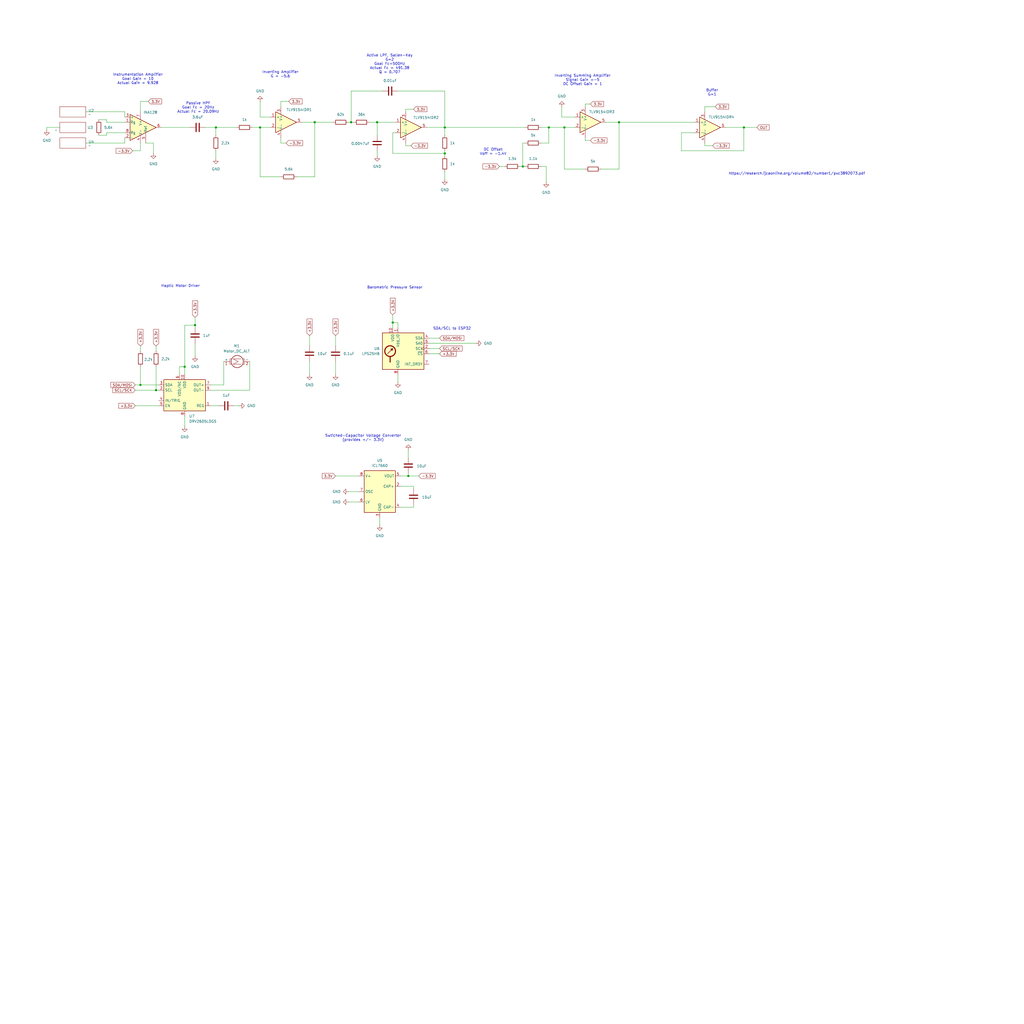
<source format=kicad_sch>
(kicad_sch
	(version 20250114)
	(generator "eeschema")
	(generator_version "9.0")
	(uuid "c19f9f97-cf4e-4a82-b206-0142f6d93d22")
	(paper "User" 500 500)
	(title_block
		(title "EMG Circuit Design")
	)
	(lib_symbols
		(symbol "Amplifier_Instrumentation:INA128"
			(pin_names
				(offset 0.127)
			)
			(exclude_from_sim no)
			(in_bom yes)
			(on_board yes)
			(property "Reference" "U"
				(at 3.81 3.175 0)
				(effects
					(font
						(size 1.27 1.27)
					)
					(justify left)
				)
			)
			(property "Value" "INA128"
				(at 3.81 -3.175 0)
				(effects
					(font
						(size 1.27 1.27)
					)
					(justify left)
				)
			)
			(property "Footprint" ""
				(at 2.54 0 0)
				(effects
					(font
						(size 1.27 1.27)
					)
					(hide yes)
				)
			)
			(property "Datasheet" "http://www.ti.com/lit/ds/symlink/ina128.pdf"
				(at 2.54 0 0)
				(effects
					(font
						(size 1.27 1.27)
					)
					(hide yes)
				)
			)
			(property "Description" "Precision, Low Power Instrumentation Amplifier G = 1 + 50kOhm/Rg, DIP-8/SOIC-8"
				(at 0 0 0)
				(effects
					(font
						(size 1.27 1.27)
					)
					(hide yes)
				)
			)
			(property "ki_keywords" "instrumentation opamp"
				(at 0 0 0)
				(effects
					(font
						(size 1.27 1.27)
					)
					(hide yes)
				)
			)
			(property "ki_fp_filters" "DIP*W7.62mm* SOIC*P1.27mm*"
				(at 0 0 0)
				(effects
					(font
						(size 1.27 1.27)
					)
					(hide yes)
				)
			)
			(symbol "INA128_0_1"
				(polyline
					(pts
						(xy 7.62 0) (xy -5.08 6.35) (xy -5.08 -6.35) (xy 7.62 0)
					)
					(stroke
						(width 0.254)
						(type default)
					)
					(fill
						(type background)
					)
				)
			)
			(symbol "INA128_1_1"
				(pin input line
					(at -7.62 5.08 0)
					(length 2.54)
					(name "+"
						(effects
							(font
								(size 1.27 1.27)
							)
						)
					)
					(number "3"
						(effects
							(font
								(size 1.27 1.27)
							)
						)
					)
				)
				(pin passive line
					(at -7.62 2.54 0)
					(length 2.54)
					(name "Rg"
						(effects
							(font
								(size 1.27 1.27)
							)
						)
					)
					(number "1"
						(effects
							(font
								(size 1.27 1.27)
							)
						)
					)
				)
				(pin passive line
					(at -7.62 -2.54 0)
					(length 2.54)
					(name "Rg"
						(effects
							(font
								(size 1.27 1.27)
							)
						)
					)
					(number "8"
						(effects
							(font
								(size 1.27 1.27)
							)
						)
					)
				)
				(pin input line
					(at -7.62 -5.08 0)
					(length 2.54)
					(name "-"
						(effects
							(font
								(size 1.27 1.27)
							)
						)
					)
					(number "2"
						(effects
							(font
								(size 1.27 1.27)
							)
						)
					)
				)
				(pin power_in line
					(at 0 7.62 270)
					(length 3.81)
					(name "V+"
						(effects
							(font
								(size 1.27 1.27)
							)
						)
					)
					(number "7"
						(effects
							(font
								(size 1.27 1.27)
							)
						)
					)
				)
				(pin power_in line
					(at 0 -7.62 90)
					(length 3.81)
					(name "V-"
						(effects
							(font
								(size 1.27 1.27)
							)
						)
					)
					(number "4"
						(effects
							(font
								(size 1.27 1.27)
							)
						)
					)
				)
				(pin input line
					(at 2.54 -7.62 90)
					(length 5.08)
					(name "Ref"
						(effects
							(font
								(size 1.27 1.27)
							)
						)
					)
					(number "5"
						(effects
							(font
								(size 1.27 1.27)
							)
						)
					)
				)
				(pin output line
					(at 10.16 0 180)
					(length 2.54)
					(name "~"
						(effects
							(font
								(size 1.27 1.27)
							)
						)
					)
					(number "6"
						(effects
							(font
								(size 1.27 1.27)
							)
						)
					)
				)
			)
			(embedded_fonts no)
		)
		(symbol "Device:C"
			(pin_numbers
				(hide yes)
			)
			(pin_names
				(offset 0.254)
			)
			(exclude_from_sim no)
			(in_bom yes)
			(on_board yes)
			(property "Reference" "C"
				(at 0.635 2.54 0)
				(effects
					(font
						(size 1.27 1.27)
					)
					(justify left)
				)
			)
			(property "Value" "C"
				(at 0.635 -2.54 0)
				(effects
					(font
						(size 1.27 1.27)
					)
					(justify left)
				)
			)
			(property "Footprint" ""
				(at 0.9652 -3.81 0)
				(effects
					(font
						(size 1.27 1.27)
					)
					(hide yes)
				)
			)
			(property "Datasheet" "~"
				(at 0 0 0)
				(effects
					(font
						(size 1.27 1.27)
					)
					(hide yes)
				)
			)
			(property "Description" "Unpolarized capacitor"
				(at 0 0 0)
				(effects
					(font
						(size 1.27 1.27)
					)
					(hide yes)
				)
			)
			(property "ki_keywords" "cap capacitor"
				(at 0 0 0)
				(effects
					(font
						(size 1.27 1.27)
					)
					(hide yes)
				)
			)
			(property "ki_fp_filters" "C_*"
				(at 0 0 0)
				(effects
					(font
						(size 1.27 1.27)
					)
					(hide yes)
				)
			)
			(symbol "C_0_1"
				(polyline
					(pts
						(xy -2.032 0.762) (xy 2.032 0.762)
					)
					(stroke
						(width 0.508)
						(type default)
					)
					(fill
						(type none)
					)
				)
				(polyline
					(pts
						(xy -2.032 -0.762) (xy 2.032 -0.762)
					)
					(stroke
						(width 0.508)
						(type default)
					)
					(fill
						(type none)
					)
				)
			)
			(symbol "C_1_1"
				(pin passive line
					(at 0 3.81 270)
					(length 2.794)
					(name "~"
						(effects
							(font
								(size 1.27 1.27)
							)
						)
					)
					(number "1"
						(effects
							(font
								(size 1.27 1.27)
							)
						)
					)
				)
				(pin passive line
					(at 0 -3.81 90)
					(length 2.794)
					(name "~"
						(effects
							(font
								(size 1.27 1.27)
							)
						)
					)
					(number "2"
						(effects
							(font
								(size 1.27 1.27)
							)
						)
					)
				)
			)
			(embedded_fonts no)
		)
		(symbol "Device:R"
			(pin_numbers
				(hide yes)
			)
			(pin_names
				(offset 0)
			)
			(exclude_from_sim no)
			(in_bom yes)
			(on_board yes)
			(property "Reference" "R"
				(at 2.032 0 90)
				(effects
					(font
						(size 1.27 1.27)
					)
				)
			)
			(property "Value" "R"
				(at 0 0 90)
				(effects
					(font
						(size 1.27 1.27)
					)
				)
			)
			(property "Footprint" ""
				(at -1.778 0 90)
				(effects
					(font
						(size 1.27 1.27)
					)
					(hide yes)
				)
			)
			(property "Datasheet" "~"
				(at 0 0 0)
				(effects
					(font
						(size 1.27 1.27)
					)
					(hide yes)
				)
			)
			(property "Description" "Resistor"
				(at 0 0 0)
				(effects
					(font
						(size 1.27 1.27)
					)
					(hide yes)
				)
			)
			(property "ki_keywords" "R res resistor"
				(at 0 0 0)
				(effects
					(font
						(size 1.27 1.27)
					)
					(hide yes)
				)
			)
			(property "ki_fp_filters" "R_*"
				(at 0 0 0)
				(effects
					(font
						(size 1.27 1.27)
					)
					(hide yes)
				)
			)
			(symbol "R_0_1"
				(rectangle
					(start -1.016 -2.54)
					(end 1.016 2.54)
					(stroke
						(width 0.254)
						(type default)
					)
					(fill
						(type none)
					)
				)
			)
			(symbol "R_1_1"
				(pin passive line
					(at 0 3.81 270)
					(length 1.27)
					(name "~"
						(effects
							(font
								(size 1.27 1.27)
							)
						)
					)
					(number "1"
						(effects
							(font
								(size 1.27 1.27)
							)
						)
					)
				)
				(pin passive line
					(at 0 -3.81 90)
					(length 1.27)
					(name "~"
						(effects
							(font
								(size 1.27 1.27)
							)
						)
					)
					(number "2"
						(effects
							(font
								(size 1.27 1.27)
							)
						)
					)
				)
			)
			(embedded_fonts no)
		)
		(symbol "Driver_Haptic:DRV2605LDGS"
			(exclude_from_sim no)
			(in_bom yes)
			(on_board yes)
			(property "Reference" "U"
				(at -10.16 8.255 0)
				(effects
					(font
						(size 1.27 1.27)
					)
					(justify left bottom)
				)
			)
			(property "Value" "DRV2605LDGS"
				(at 2.54 -8.89 0)
				(effects
					(font
						(size 1.27 1.27)
					)
					(justify left top)
				)
			)
			(property "Footprint" "Package_SO:VSSOP-10_3x3mm_P0.5mm"
				(at 0 0 0)
				(effects
					(font
						(size 1.27 1.27)
						(italic yes)
					)
					(hide yes)
				)
			)
			(property "Datasheet" "http://www.ti.com/lit/ds/symlink/drv2605l.pdf"
				(at 0 0 0)
				(effects
					(font
						(size 1.27 1.27)
					)
					(hide yes)
				)
			)
			(property "Description" "Haptic driver for LRAs and ERMs with effect library, 2-5.2V, VSSOP-10"
				(at 0 0 0)
				(effects
					(font
						(size 1.27 1.27)
					)
					(hide yes)
				)
			)
			(property "ki_keywords" "haptic driver i2c"
				(at 0 0 0)
				(effects
					(font
						(size 1.27 1.27)
					)
					(hide yes)
				)
			)
			(property "ki_fp_filters" "VSSOP*3x3mm*P0.5mm*"
				(at 0 0 0)
				(effects
					(font
						(size 1.27 1.27)
					)
					(hide yes)
				)
			)
			(symbol "DRV2605LDGS_0_1"
				(rectangle
					(start -10.16 7.62)
					(end 10.16 -7.62)
					(stroke
						(width 0.254)
						(type default)
					)
					(fill
						(type background)
					)
				)
			)
			(symbol "DRV2605LDGS_1_1"
				(pin bidirectional line
					(at -12.7 5.08 0)
					(length 2.54)
					(name "SDA"
						(effects
							(font
								(size 1.27 1.27)
							)
						)
					)
					(number "3"
						(effects
							(font
								(size 1.27 1.27)
							)
						)
					)
				)
				(pin input line
					(at -12.7 2.54 0)
					(length 2.54)
					(name "SCL"
						(effects
							(font
								(size 1.27 1.27)
							)
						)
					)
					(number "2"
						(effects
							(font
								(size 1.27 1.27)
							)
						)
					)
				)
				(pin input line
					(at -12.7 -2.54 0)
					(length 2.54)
					(name "IN/TRIG"
						(effects
							(font
								(size 1.27 1.27)
							)
						)
					)
					(number "4"
						(effects
							(font
								(size 1.27 1.27)
							)
						)
					)
				)
				(pin input line
					(at -12.7 -5.08 0)
					(length 2.54)
					(name "EN"
						(effects
							(font
								(size 1.27 1.27)
							)
						)
					)
					(number "5"
						(effects
							(font
								(size 1.27 1.27)
							)
						)
					)
				)
				(pin power_in line
					(at -2.54 10.16 270)
					(length 2.54)
					(name "VDD/NC"
						(effects
							(font
								(size 1.27 1.27)
							)
						)
					)
					(number "6"
						(effects
							(font
								(size 1.27 1.27)
							)
						)
					)
				)
				(pin power_in line
					(at 0 10.16 270)
					(length 2.54)
					(name "VDD"
						(effects
							(font
								(size 1.27 1.27)
							)
						)
					)
					(number "10"
						(effects
							(font
								(size 1.27 1.27)
							)
						)
					)
				)
				(pin power_in line
					(at 0 -10.16 90)
					(length 2.54)
					(name "GND"
						(effects
							(font
								(size 1.27 1.27)
							)
						)
					)
					(number "8"
						(effects
							(font
								(size 1.27 1.27)
							)
						)
					)
				)
				(pin output line
					(at 12.7 5.08 180)
					(length 2.54)
					(name "OUT+"
						(effects
							(font
								(size 1.27 1.27)
							)
						)
					)
					(number "7"
						(effects
							(font
								(size 1.27 1.27)
							)
						)
					)
				)
				(pin output line
					(at 12.7 2.54 180)
					(length 2.54)
					(name "OUT-"
						(effects
							(font
								(size 1.27 1.27)
							)
						)
					)
					(number "9"
						(effects
							(font
								(size 1.27 1.27)
							)
						)
					)
				)
				(pin passive line
					(at 12.7 -5.08 180)
					(length 2.54)
					(name "REG"
						(effects
							(font
								(size 1.27 1.27)
							)
						)
					)
					(number "1"
						(effects
							(font
								(size 1.27 1.27)
							)
						)
					)
				)
			)
			(embedded_fonts no)
		)
		(symbol "Electodes:EMG_electrode"
			(exclude_from_sim no)
			(in_bom yes)
			(on_board yes)
			(property "Reference" "U"
				(at 0 0 0)
				(effects
					(font
						(size 1.27 1.27)
					)
				)
			)
			(property "Value" ""
				(at 0 0 0)
				(effects
					(font
						(size 1.27 1.27)
					)
				)
			)
			(property "Footprint" ""
				(at 0 0 0)
				(effects
					(font
						(size 1.27 1.27)
					)
					(hide yes)
				)
			)
			(property "Datasheet" ""
				(at 0 0 0)
				(effects
					(font
						(size 1.27 1.27)
					)
					(hide yes)
				)
			)
			(property "Description" ""
				(at 0 0 0)
				(effects
					(font
						(size 1.27 1.27)
					)
					(hide yes)
				)
			)
			(symbol "EMG_electrode_0_1"
				(rectangle
					(start 0 5.08)
					(end 12.7 0)
					(stroke
						(width 0)
						(type default)
					)
					(fill
						(type color)
						(color 0 0 0 0)
					)
				)
			)
			(symbol "EMG_electrode_1_1"
				(pin input line
					(at 12.7 2.54 0)
					(length 2.54)
					(hide yes)
					(name ""
						(effects
							(font
								(size 1.27 1.27)
							)
						)
					)
					(number ""
						(effects
							(font
								(size 1.27 1.27)
							)
						)
					)
				)
			)
			(embedded_fonts no)
		)
		(symbol "Motor:Motor_DC_ALT"
			(pin_names
				(offset 0)
			)
			(exclude_from_sim no)
			(in_bom yes)
			(on_board yes)
			(property "Reference" "M"
				(at 2.54 2.54 0)
				(effects
					(font
						(size 1.27 1.27)
					)
					(justify left)
				)
			)
			(property "Value" "Motor_DC_ALT"
				(at 2.54 -5.08 0)
				(effects
					(font
						(size 1.27 1.27)
					)
					(justify left top)
				)
			)
			(property "Footprint" ""
				(at 0 -2.286 0)
				(effects
					(font
						(size 1.27 1.27)
					)
					(hide yes)
				)
			)
			(property "Datasheet" "~"
				(at 0 -2.286 0)
				(effects
					(font
						(size 1.27 1.27)
					)
					(hide yes)
				)
			)
			(property "Description" "DC Motor, alternative symbol"
				(at 0 0 0)
				(effects
					(font
						(size 1.27 1.27)
					)
					(hide yes)
				)
			)
			(property "ki_keywords" "DC Motor"
				(at 0 0 0)
				(effects
					(font
						(size 1.27 1.27)
					)
					(hide yes)
				)
			)
			(property "ki_fp_filters" "PinHeader*P2.54mm* TerminalBlock*"
				(at 0 0 0)
				(effects
					(font
						(size 1.27 1.27)
					)
					(hide yes)
				)
			)
			(symbol "Motor_DC_ALT_0_0"
				(polyline
					(pts
						(xy -1.27 1.27) (xy -1.27 2.032) (xy 1.27 2.032) (xy 1.27 1.27)
					)
					(stroke
						(width 0)
						(type default)
					)
					(fill
						(type none)
					)
				)
				(polyline
					(pts
						(xy -1.27 -3.302) (xy -1.27 0.508) (xy 0 -2.032) (xy 1.27 0.508) (xy 1.27 -3.302)
					)
					(stroke
						(width 0)
						(type default)
					)
					(fill
						(type none)
					)
				)
				(polyline
					(pts
						(xy -1.27 -4.318) (xy -1.27 -5.08) (xy 1.27 -5.08) (xy 1.27 -4.318)
					)
					(stroke
						(width 0)
						(type default)
					)
					(fill
						(type none)
					)
				)
				(circle
					(center 0 -1.524)
					(radius 2.9718)
					(stroke
						(width 0.254)
						(type default)
					)
					(fill
						(type none)
					)
				)
			)
			(symbol "Motor_DC_ALT_0_1"
				(polyline
					(pts
						(xy 0 2.032) (xy 0 2.54)
					)
					(stroke
						(width 0)
						(type default)
					)
					(fill
						(type none)
					)
				)
			)
			(symbol "Motor_DC_ALT_1_1"
				(pin passive line
					(at 0 5.08 270)
					(length 2.54)
					(name "+"
						(effects
							(font
								(size 1.27 1.27)
							)
						)
					)
					(number "1"
						(effects
							(font
								(size 1.27 1.27)
							)
						)
					)
				)
				(pin passive line
					(at 0 -7.62 90)
					(length 2.54)
					(name "-"
						(effects
							(font
								(size 1.27 1.27)
							)
						)
					)
					(number "2"
						(effects
							(font
								(size 1.27 1.27)
							)
						)
					)
				)
			)
			(embedded_fonts no)
		)
		(symbol "Regulator_SwitchedCapacitor:ICL7660"
			(exclude_from_sim no)
			(in_bom yes)
			(on_board yes)
			(property "Reference" "U"
				(at -6.35 11.43 0)
				(effects
					(font
						(size 1.27 1.27)
					)
				)
			)
			(property "Value" "ICL7660"
				(at 3.81 11.43 0)
				(effects
					(font
						(size 1.27 1.27)
					)
				)
			)
			(property "Footprint" ""
				(at 2.54 -2.54 0)
				(effects
					(font
						(size 1.27 1.27)
					)
					(hide yes)
				)
			)
			(property "Datasheet" "http://datasheets.maximintegrated.com/en/ds/ICL7660-MAX1044.pdf"
				(at 2.54 -2.54 0)
				(effects
					(font
						(size 1.27 1.27)
					)
					(hide yes)
				)
			)
			(property "Description" "Switched-Capacitor Voltage Converter, 1.5V to 10.0V operating supply voltage, 10mA with a 0.5V output drop, SO-8/DIP-8/µMAX-8/TO-99"
				(at 0 0 0)
				(effects
					(font
						(size 1.27 1.27)
					)
					(hide yes)
				)
			)
			(property "ki_keywords" "monolithic CMOS switched capacitor voltage converter invert double divide multiply"
				(at 0 0 0)
				(effects
					(font
						(size 1.27 1.27)
					)
					(hide yes)
				)
			)
			(property "ki_fp_filters" "DIP*W7.62mm* SOIC*3.9x4.9mm* MSOP*3x3mm*P0.65mm* TO?99*"
				(at 0 0 0)
				(effects
					(font
						(size 1.27 1.27)
					)
					(hide yes)
				)
			)
			(symbol "ICL7660_0_1"
				(rectangle
					(start -7.62 10.16)
					(end 7.62 -10.16)
					(stroke
						(width 0.254)
						(type default)
					)
					(fill
						(type background)
					)
				)
			)
			(symbol "ICL7660_1_1"
				(pin power_in line
					(at -10.16 7.62 0)
					(length 2.54)
					(name "V+"
						(effects
							(font
								(size 1.27 1.27)
							)
						)
					)
					(number "8"
						(effects
							(font
								(size 1.27 1.27)
							)
						)
					)
				)
				(pin input line
					(at -10.16 0 0)
					(length 2.54)
					(name "OSC"
						(effects
							(font
								(size 1.27 1.27)
							)
						)
					)
					(number "7"
						(effects
							(font
								(size 1.27 1.27)
							)
						)
					)
				)
				(pin input line
					(at -10.16 -5.08 0)
					(length 2.54)
					(name "LV"
						(effects
							(font
								(size 1.27 1.27)
							)
						)
					)
					(number "6"
						(effects
							(font
								(size 1.27 1.27)
							)
						)
					)
				)
				(pin no_connect line
					(at -7.62 5.08 0)
					(length 2.54)
					(hide yes)
					(name "NC"
						(effects
							(font
								(size 1.27 1.27)
							)
						)
					)
					(number "1"
						(effects
							(font
								(size 1.27 1.27)
							)
						)
					)
				)
				(pin power_in line
					(at 0 -12.7 90)
					(length 2.54)
					(name "GND"
						(effects
							(font
								(size 1.27 1.27)
							)
						)
					)
					(number "3"
						(effects
							(font
								(size 1.27 1.27)
							)
						)
					)
				)
				(pin power_out line
					(at 10.16 7.62 180)
					(length 2.54)
					(name "VOUT"
						(effects
							(font
								(size 1.27 1.27)
							)
						)
					)
					(number "5"
						(effects
							(font
								(size 1.27 1.27)
							)
						)
					)
				)
				(pin input line
					(at 10.16 2.54 180)
					(length 2.54)
					(name "CAP+"
						(effects
							(font
								(size 1.27 1.27)
							)
						)
					)
					(number "2"
						(effects
							(font
								(size 1.27 1.27)
							)
						)
					)
				)
				(pin input line
					(at 10.16 -7.62 180)
					(length 2.54)
					(name "CAP-"
						(effects
							(font
								(size 1.27 1.27)
							)
						)
					)
					(number "4"
						(effects
							(font
								(size 1.27 1.27)
							)
						)
					)
				)
			)
			(embedded_fonts no)
		)
		(symbol "Sensor_Pressure:LPS25HB"
			(exclude_from_sim no)
			(in_bom yes)
			(on_board yes)
			(property "Reference" "U"
				(at -11.43 1.27 0)
				(effects
					(font
						(size 1.27 1.27)
					)
					(justify right)
				)
			)
			(property "Value" "LPS25HB"
				(at -11.176 -1.27 0)
				(effects
					(font
						(size 1.27 1.27)
					)
					(justify right)
				)
			)
			(property "Footprint" "Package_LGA:ST_HLGA-10_2.5x2.5mm_P0.6mm_LayoutBorder3x2y"
				(at 1.27 -11.43 0)
				(effects
					(font
						(size 1.27 1.27)
					)
					(justify left)
					(hide yes)
				)
			)
			(property "Datasheet" "https://www.st.com/resource/en/datasheet/lps25hb.pdf"
				(at 1.27 -13.97 0)
				(effects
					(font
						(size 1.27 1.27)
					)
					(justify left)
					(hide yes)
				)
			)
			(property "Description" "MEMS nano pressure sensor, 260-1260 hPa, absolute digital output baromeeter, 24 bit, SPI, I2C, 0.01 hPa noise rms, ST_HLGA-10L"
				(at 0 0 0)
				(effects
					(font
						(size 1.27 1.27)
					)
					(hide yes)
				)
			)
			(property "ki_keywords" "mems absolute baromeeter spi i2c pressure"
				(at 0 0 0)
				(effects
					(font
						(size 1.27 1.27)
					)
					(hide yes)
				)
			)
			(property "ki_fp_filters" "ST?HLGA*2.5x2.5mm*P0.6mm*LayoutBorder3x2y*"
				(at 0 0 0)
				(effects
					(font
						(size 1.27 1.27)
					)
					(hide yes)
				)
			)
			(symbol "LPS25HB_0_1"
				(rectangle
					(start -10.16 10.16)
					(end 10.16 -7.62)
					(stroke
						(width 0.254)
						(type default)
					)
					(fill
						(type background)
					)
				)
				(polyline
					(pts
						(xy -7.62 0) (xy -5.08 2.54)
					)
					(stroke
						(width 0.254)
						(type default)
					)
					(fill
						(type none)
					)
				)
				(circle
					(center -6.35 1.27)
					(radius 2.6162)
					(stroke
						(width 0.508)
						(type default)
					)
					(fill
						(type none)
					)
				)
				(polyline
					(pts
						(xy -6.35 -1.524) (xy -6.35 -4.064)
					)
					(stroke
						(width 0.508)
						(type default)
					)
					(fill
						(type none)
					)
				)
				(polyline
					(pts
						(xy -5.08 2.54) (xy -5.334 1.524) (xy -6.096 2.286) (xy -5.08 2.54)
					)
					(stroke
						(width 0.254)
						(type default)
					)
					(fill
						(type outline)
					)
				)
			)
			(symbol "LPS25HB_1_1"
				(pin power_in line
					(at -5.08 12.7 270)
					(length 2.54)
					(name "VDD"
						(effects
							(font
								(size 1.27 1.27)
							)
						)
					)
					(number "10"
						(effects
							(font
								(size 1.27 1.27)
							)
						)
					)
				)
				(pin power_in line
					(at -2.54 12.7 270)
					(length 2.54)
					(name "Vdd_IO"
						(effects
							(font
								(size 1.27 1.27)
							)
						)
					)
					(number "1"
						(effects
							(font
								(size 1.27 1.27)
							)
						)
					)
				)
				(pin passive line
					(at -2.54 -10.16 90)
					(length 2.54)
					(hide yes)
					(name "GND"
						(effects
							(font
								(size 1.27 1.27)
							)
						)
					)
					(number "3"
						(effects
							(font
								(size 1.27 1.27)
							)
						)
					)
				)
				(pin power_in line
					(at -2.54 -10.16 90)
					(length 2.54)
					(name "GND"
						(effects
							(font
								(size 1.27 1.27)
							)
						)
					)
					(number "8"
						(effects
							(font
								(size 1.27 1.27)
							)
						)
					)
				)
				(pin passive line
					(at -2.54 -10.16 90)
					(length 2.54)
					(hide yes)
					(name "GND"
						(effects
							(font
								(size 1.27 1.27)
							)
						)
					)
					(number "9"
						(effects
							(font
								(size 1.27 1.27)
							)
						)
					)
				)
				(pin bidirectional line
					(at 12.7 7.62 180)
					(length 2.54)
					(name "SDA"
						(effects
							(font
								(size 1.27 1.27)
							)
						)
					)
					(number "4"
						(effects
							(font
								(size 1.27 1.27)
							)
						)
					)
					(alternate "SDI" input line)
					(alternate "SDI/SDO" bidirectional line)
				)
				(pin input line
					(at 12.7 5.08 180)
					(length 2.54)
					(name "SA0"
						(effects
							(font
								(size 1.27 1.27)
							)
						)
					)
					(number "5"
						(effects
							(font
								(size 1.27 1.27)
							)
						)
					)
					(alternate "SDO" output line)
				)
				(pin input clock
					(at 12.7 2.54 180)
					(length 2.54)
					(name "SCL"
						(effects
							(font
								(size 1.27 1.27)
							)
						)
					)
					(number "2"
						(effects
							(font
								(size 1.27 1.27)
							)
						)
					)
					(alternate "SPC" input clock)
				)
				(pin input line
					(at 12.7 0 180)
					(length 2.54)
					(name "~{CS}"
						(effects
							(font
								(size 1.27 1.27)
							)
						)
					)
					(number "6"
						(effects
							(font
								(size 1.27 1.27)
							)
						)
					)
				)
				(pin output line
					(at 12.7 -5.08 180)
					(length 2.54)
					(name "INT_DRDY"
						(effects
							(font
								(size 1.27 1.27)
							)
						)
					)
					(number "7"
						(effects
							(font
								(size 1.27 1.27)
							)
						)
					)
				)
			)
			(embedded_fonts no)
		)
		(symbol "Simulation_SPICE:OPAMP"
			(pin_names
				(offset 0.254)
			)
			(exclude_from_sim no)
			(in_bom yes)
			(on_board yes)
			(property "Reference" "U"
				(at 3.81 3.175 0)
				(effects
					(font
						(size 1.27 1.27)
					)
					(justify left)
				)
			)
			(property "Value" "${SIM.PARAMS}"
				(at 3.81 -3.175 0)
				(effects
					(font
						(size 1.27 1.27)
					)
					(justify left)
				)
			)
			(property "Footprint" ""
				(at 0 0 0)
				(effects
					(font
						(size 1.27 1.27)
					)
					(hide yes)
				)
			)
			(property "Datasheet" "https://ngspice.sourceforge.io/docs/ngspice-html-manual/manual.xhtml#sec__SUBCKT_Subcircuits"
				(at 0 0 0)
				(effects
					(font
						(size 1.27 1.27)
					)
					(hide yes)
				)
			)
			(property "Description" "Operational amplifier, single"
				(at 0 0 0)
				(effects
					(font
						(size 1.27 1.27)
					)
					(hide yes)
				)
			)
			(property "Sim.Pins" "1=in+ 2=in- 3=vcc 4=vee 5=out"
				(at 0 0 0)
				(effects
					(font
						(size 1.27 1.27)
					)
					(hide yes)
				)
			)
			(property "Sim.Device" "SUBCKT"
				(at 0 0 0)
				(effects
					(font
						(size 1.27 1.27)
					)
					(justify left)
					(hide yes)
				)
			)
			(property "Sim.Library" "${KICAD8_SYMBOL_DIR}/Simulation_SPICE.sp"
				(at 0 0 0)
				(effects
					(font
						(size 1.27 1.27)
					)
					(hide yes)
				)
			)
			(property "Sim.Name" "kicad_builtin_opamp"
				(at 0 0 0)
				(effects
					(font
						(size 1.27 1.27)
					)
					(hide yes)
				)
			)
			(property "ki_keywords" "simulation"
				(at 0 0 0)
				(effects
					(font
						(size 1.27 1.27)
					)
					(hide yes)
				)
			)
			(symbol "OPAMP_0_1"
				(polyline
					(pts
						(xy 5.08 0) (xy -5.08 5.08) (xy -5.08 -5.08) (xy 5.08 0)
					)
					(stroke
						(width 0.254)
						(type default)
					)
					(fill
						(type background)
					)
				)
			)
			(symbol "OPAMP_1_1"
				(pin input line
					(at -7.62 2.54 0)
					(length 2.54)
					(name "+"
						(effects
							(font
								(size 1.27 1.27)
							)
						)
					)
					(number "1"
						(effects
							(font
								(size 1.27 1.27)
							)
						)
					)
				)
				(pin input line
					(at -7.62 -2.54 0)
					(length 2.54)
					(name "-"
						(effects
							(font
								(size 1.27 1.27)
							)
						)
					)
					(number "2"
						(effects
							(font
								(size 1.27 1.27)
							)
						)
					)
				)
				(pin power_in line
					(at -2.54 7.62 270)
					(length 3.81)
					(name "V+"
						(effects
							(font
								(size 1.27 1.27)
							)
						)
					)
					(number "3"
						(effects
							(font
								(size 1.27 1.27)
							)
						)
					)
				)
				(pin power_in line
					(at -2.54 -7.62 90)
					(length 3.81)
					(name "V-"
						(effects
							(font
								(size 1.27 1.27)
							)
						)
					)
					(number "4"
						(effects
							(font
								(size 1.27 1.27)
							)
						)
					)
				)
				(pin output line
					(at 7.62 0 180)
					(length 2.54)
					(name "~"
						(effects
							(font
								(size 1.27 1.27)
							)
						)
					)
					(number "5"
						(effects
							(font
								(size 1.27 1.27)
							)
						)
					)
				)
			)
			(embedded_fonts no)
		)
		(symbol "power:GND"
			(power)
			(pin_numbers
				(hide yes)
			)
			(pin_names
				(offset 0)
				(hide yes)
			)
			(exclude_from_sim no)
			(in_bom yes)
			(on_board yes)
			(property "Reference" "#PWR"
				(at 0 -6.35 0)
				(effects
					(font
						(size 1.27 1.27)
					)
					(hide yes)
				)
			)
			(property "Value" "GND"
				(at 0 -3.81 0)
				(effects
					(font
						(size 1.27 1.27)
					)
				)
			)
			(property "Footprint" ""
				(at 0 0 0)
				(effects
					(font
						(size 1.27 1.27)
					)
					(hide yes)
				)
			)
			(property "Datasheet" ""
				(at 0 0 0)
				(effects
					(font
						(size 1.27 1.27)
					)
					(hide yes)
				)
			)
			(property "Description" "Power symbol creates a global label with name \"GND\" , ground"
				(at 0 0 0)
				(effects
					(font
						(size 1.27 1.27)
					)
					(hide yes)
				)
			)
			(property "ki_keywords" "global power"
				(at 0 0 0)
				(effects
					(font
						(size 1.27 1.27)
					)
					(hide yes)
				)
			)
			(symbol "GND_0_1"
				(polyline
					(pts
						(xy 0 0) (xy 0 -1.27) (xy 1.27 -1.27) (xy 0 -2.54) (xy -1.27 -1.27) (xy 0 -1.27)
					)
					(stroke
						(width 0)
						(type default)
					)
					(fill
						(type none)
					)
				)
			)
			(symbol "GND_1_1"
				(pin power_in line
					(at 0 0 270)
					(length 0)
					(name "~"
						(effects
							(font
								(size 1.27 1.27)
							)
						)
					)
					(number "1"
						(effects
							(font
								(size 1.27 1.27)
							)
						)
					)
				)
			)
			(embedded_fonts no)
		)
	)
	(text "SDA/SCL to ESP32\n"
		(exclude_from_sim no)
		(at 220.726 160.528 0)
		(effects
			(font
				(size 1.27 1.27)
			)
		)
		(uuid "0dd09175-dda5-4d2d-8e57-25633912b56d")
	)
	(text "Active LPF, Sallen-Key\nG=2\nGoal Fc=500Hz\nActual Fc = 491.38\nQ = 0.707"
		(exclude_from_sim no)
		(at 190.2682 31.2661 0)
		(effects
			(font
				(size 1.27 1.27)
			)
		)
		(uuid "4b1aada7-2441-4bb9-9029-75bb4f1db221")
	)
	(text "Instrumentation Amplifier\nGoal Gain = 10\nActual Gain = 9.928"
		(exclude_from_sim no)
		(at 67.31 38.608 0)
		(effects
			(font
				(size 1.27 1.27)
			)
		)
		(uuid "4bfd85ee-d062-42a5-9431-0a40fa431f8c")
	)
	(text "Inverting Amplifier\nG = -5.6"
		(exclude_from_sim no)
		(at 136.906 36.322 0)
		(effects
			(font
				(size 1.27 1.27)
			)
		)
		(uuid "58639dad-dff2-4074-98b1-cac420c853c0")
	)
	(text "DC Offset\nVoff = -1.4V\n"
		(exclude_from_sim no)
		(at 240.792 74.168 0)
		(effects
			(font
				(size 1.27 1.27)
			)
		)
		(uuid "753393b5-71d2-49e5-8475-dcc33ae0d9ec")
	)
	(text "Passive HPF\nGoal Fc = 20Hz\nActual Fc = 20.09Hz\n"
		(exclude_from_sim no)
		(at 96.774 52.578 0)
		(effects
			(font
				(size 1.27 1.27)
			)
		)
		(uuid "817145c5-301e-4dbd-96b3-b9017dfaa9b8")
	)
	(text "Buffer\nG=1\n"
		(exclude_from_sim no)
		(at 347.726 45.212 0)
		(effects
			(font
				(size 1.27 1.27)
			)
		)
		(uuid "8d8708d3-1fdf-4b79-9825-4214ae4b7acf")
	)
	(text "Haptic Motor Driver"
		(exclude_from_sim no)
		(at 88.138 139.7 0)
		(effects
			(font
				(size 1.27 1.27)
			)
		)
		(uuid "d03fee6e-ac39-4962-8682-d41ea74c3d2a")
	)
	(text "Barometric Pressure Sensor\n"
		(exclude_from_sim no)
		(at 192.786 140.462 0)
		(effects
			(font
				(size 1.27 1.27)
			)
		)
		(uuid "d4b73fe0-ae7d-4c61-b809-a4bc9fe9c068")
	)
	(text "https://research.ijcaonline.org/volume82/number1/pxc3892073.pdf"
		(exclude_from_sim no)
		(at 389.128 84.836 0)
		(effects
			(font
				(size 1.27 1.27)
			)
		)
		(uuid "f4ca1f60-e89b-481e-9a09-f19efb9928d0")
	)
	(text "Swtiched-Capacitor Voltage Converter\n(provides +/- 3.3V)"
		(exclude_from_sim no)
		(at 177.292 213.868 0)
		(effects
			(font
				(size 1.27 1.27)
			)
		)
		(uuid "fcd8dd96-b190-48fa-acc6-8ef8f3519083")
	)
	(text "Inverting Summing Amplifier\nSignal Gain =-5\nDC Offset Gain = 1"
		(exclude_from_sim no)
		(at 284.48 39.116 0)
		(effects
			(font
				(size 1.27 1.27)
			)
		)
		(uuid "fcfc22df-bec7-49a4-acef-8bd1702bf74c")
	)
	(junction
		(at 184.15 59.69)
		(diameter 0)
		(color 0 0 0 0)
		(uuid "1c113eae-2447-4a70-8d67-b038ce97578d")
	)
	(junction
		(at 76.2 190.5)
		(diameter 0)
		(color 0 0 0 0)
		(uuid "24f2abe5-4c6b-49e6-a315-59978353a6df")
	)
	(junction
		(at 171.45 59.69)
		(diameter 0)
		(color 0 0 0 0)
		(uuid "36ebd70a-e87a-4ef1-b579-20bea0bd90e9")
	)
	(junction
		(at 68.58 187.96)
		(diameter 0)
		(color 0 0 0 0)
		(uuid "3a9133d4-f1aa-470d-aba2-aa6178715ce2")
	)
	(junction
		(at 302.26 59.69)
		(diameter 0)
		(color 0 0 0 0)
		(uuid "4197317c-c190-43b3-87b5-911426a3f637")
	)
	(junction
		(at 217.17 74.93)
		(diameter 0)
		(color 0 0 0 0)
		(uuid "654bf6dd-abd8-4d99-aef8-ce68152f56e4")
	)
	(junction
		(at 105.41 62.23)
		(diameter 0)
		(color 0 0 0 0)
		(uuid "83aac32b-3063-47aa-a850-f82b99001182")
	)
	(junction
		(at 217.17 62.23)
		(diameter 0)
		(color 0 0 0 0)
		(uuid "863419b6-abdb-493d-882d-95b49e9e4c93")
	)
	(junction
		(at 153.67 59.69)
		(diameter 0)
		(color 0 0 0 0)
		(uuid "8c737009-ea97-4b56-9145-20d64873c9d0")
	)
	(junction
		(at 127 62.23)
		(diameter 0)
		(color 0 0 0 0)
		(uuid "9ae84009-5f92-4537-86c7-59d671849150")
	)
	(junction
		(at 363.22 62.23)
		(diameter 0)
		(color 0 0 0 0)
		(uuid "9d2b94d1-629e-4fa7-b5bf-a761e452f5b1")
	)
	(junction
		(at 275.59 62.23)
		(diameter 0)
		(color 0 0 0 0)
		(uuid "aa707fac-e6bd-4bb1-9f2f-678bd7bf63a5")
	)
	(junction
		(at 199.39 232.41)
		(diameter 0)
		(color 0 0 0 0)
		(uuid "ba724643-6dc5-4d77-9078-5e95175624c0")
	)
	(junction
		(at 255.27 81.28)
		(diameter 0)
		(color 0 0 0 0)
		(uuid "be114a9f-f227-4ca3-b1c4-bb3e8fe39ca5")
	)
	(junction
		(at 267.97 62.23)
		(diameter 0)
		(color 0 0 0 0)
		(uuid "cec46d70-f54c-4d26-a56c-ada7e3cd8a96")
	)
	(junction
		(at 90.17 179.07)
		(diameter 0)
		(color 0 0 0 0)
		(uuid "d6c5f76f-6d83-4171-ba57-090c70843fc0")
	)
	(junction
		(at 95.25 158.75)
		(diameter 0)
		(color 0 0 0 0)
		(uuid "f6cb0eee-b9e1-4ca9-9096-60d642cb2797")
	)
	(junction
		(at 191.77 157.48)
		(diameter 0)
		(color 0 0 0 0)
		(uuid "fa711fcb-e69c-414b-bd34-408acdd8abc6")
	)
	(wire
		(pts
			(xy 90.17 179.07) (xy 90.17 182.88)
		)
		(stroke
			(width 0)
			(type default)
		)
		(uuid "0134e8cb-0e8a-47d1-8d3f-26ff60685d40")
	)
	(wire
		(pts
			(xy 349.25 52.07) (xy 344.17 52.07)
		)
		(stroke
			(width 0)
			(type default)
		)
		(uuid "057ede8f-1fc9-4b8c-bf47-59c6b4a37935")
	)
	(wire
		(pts
			(xy 68.58 187.96) (xy 77.47 187.96)
		)
		(stroke
			(width 0)
			(type default)
		)
		(uuid "083e7039-8871-4f08-a5f5-5cae2ed7f8c1")
	)
	(wire
		(pts
			(xy 255.27 81.28) (xy 255.27 69.85)
		)
		(stroke
			(width 0)
			(type default)
		)
		(uuid "083fe960-19f2-40d3-ac74-fca438365022")
	)
	(wire
		(pts
			(xy 114.3 198.12) (xy 116.84 198.12)
		)
		(stroke
			(width 0)
			(type default)
		)
		(uuid "08f635c1-4ec1-4bc0-9fa4-0077569251ed")
	)
	(wire
		(pts
			(xy 74.93 69.85) (xy 74.93 74.93)
		)
		(stroke
			(width 0)
			(type default)
		)
		(uuid "09141450-e471-4129-b089-9ade3b940ac1")
	)
	(wire
		(pts
			(xy 275.59 62.23) (xy 275.59 82.55)
		)
		(stroke
			(width 0)
			(type default)
		)
		(uuid "0a3ca92f-3792-43c4-97d0-1cc9eb5350bd")
	)
	(wire
		(pts
			(xy 195.58 247.65) (xy 201.93 247.65)
		)
		(stroke
			(width 0)
			(type default)
		)
		(uuid "0b2252e7-4918-41d9-8143-01f06aacd760")
	)
	(wire
		(pts
			(xy 76.2 190.5) (xy 77.47 190.5)
		)
		(stroke
			(width 0)
			(type default)
		)
		(uuid "0cdf9b18-93a5-44ea-8c47-9dcee5b65d2f")
	)
	(wire
		(pts
			(xy 200.66 71.12) (xy 198.12 71.12)
		)
		(stroke
			(width 0)
			(type default)
		)
		(uuid "0db3cd19-80a4-4c5b-ac10-537816650fb5")
	)
	(wire
		(pts
			(xy 217.17 62.23) (xy 256.54 62.23)
		)
		(stroke
			(width 0)
			(type default)
		)
		(uuid "0f549390-1cac-4f07-844f-9f906a2759e8")
	)
	(wire
		(pts
			(xy 68.58 168.91) (xy 68.58 171.45)
		)
		(stroke
			(width 0)
			(type default)
		)
		(uuid "17582e68-3de6-4abd-9e7a-a5eab1cd4220")
	)
	(wire
		(pts
			(xy 140.97 49.53) (xy 137.16 49.53)
		)
		(stroke
			(width 0)
			(type default)
		)
		(uuid "18a13286-b3e1-48aa-948a-721845ec2adb")
	)
	(wire
		(pts
			(xy 41.91 54.61) (xy 60.96 54.61)
		)
		(stroke
			(width 0)
			(type default)
		)
		(uuid "1a27a471-910d-4d3b-bde8-cd4acc1f9ba3")
	)
	(wire
		(pts
			(xy 209.55 165.1) (xy 214.63 165.1)
		)
		(stroke
			(width 0)
			(type default)
		)
		(uuid "1b4614d7-b396-4058-9718-77fa7fe82f3a")
	)
	(wire
		(pts
			(xy 255.27 81.28) (xy 256.54 81.28)
		)
		(stroke
			(width 0)
			(type default)
		)
		(uuid "1e1947f8-4052-4857-b86b-c2a224ddc1c5")
	)
	(wire
		(pts
			(xy 198.12 71.12) (xy 198.12 69.85)
		)
		(stroke
			(width 0)
			(type default)
		)
		(uuid "1fdc72ab-151f-4703-986e-4126b95d393b")
	)
	(wire
		(pts
			(xy 105.41 66.04) (xy 105.41 62.23)
		)
		(stroke
			(width 0)
			(type default)
		)
		(uuid "20fd41ec-7766-41bf-91c2-3df78cae19ea")
	)
	(wire
		(pts
			(xy 60.96 69.85) (xy 60.96 67.31)
		)
		(stroke
			(width 0)
			(type default)
		)
		(uuid "23d89b14-37ef-419c-a30a-51c1d8ed8b4b")
	)
	(wire
		(pts
			(xy 60.96 54.61) (xy 60.96 57.15)
		)
		(stroke
			(width 0)
			(type default)
		)
		(uuid "24e6f95b-e886-4f44-b9ec-4e769d58d46c")
	)
	(wire
		(pts
			(xy 60.96 64.77) (xy 52.07 64.77)
		)
		(stroke
			(width 0)
			(type default)
		)
		(uuid "264230ad-5a82-49a6-999f-dc6aacd50428")
	)
	(wire
		(pts
			(xy 191.77 64.77) (xy 193.04 64.77)
		)
		(stroke
			(width 0)
			(type default)
		)
		(uuid "2cd601a3-ff68-4c41-a38f-fa5555c94269")
	)
	(wire
		(pts
			(xy 201.93 247.65) (xy 201.93 246.38)
		)
		(stroke
			(width 0)
			(type default)
		)
		(uuid "2d9ab4c8-ca6a-4600-9ce7-737af31de3e9")
	)
	(wire
		(pts
			(xy 180.34 59.69) (xy 184.15 59.69)
		)
		(stroke
			(width 0)
			(type default)
		)
		(uuid "2e0d2900-9248-479d-928f-2d9bed21293d")
	)
	(wire
		(pts
			(xy 194.31 157.48) (xy 191.77 157.48)
		)
		(stroke
			(width 0)
			(type default)
		)
		(uuid "2eefd06d-3ea0-42b5-b6d8-63dba2c1cd2c")
	)
	(wire
		(pts
			(xy 332.74 73.66) (xy 363.22 73.66)
		)
		(stroke
			(width 0)
			(type default)
		)
		(uuid "2ef05ee5-bf24-4053-b491-13497c07fd6b")
	)
	(wire
		(pts
			(xy 95.25 154.94) (xy 95.25 158.75)
		)
		(stroke
			(width 0)
			(type default)
		)
		(uuid "3036b34e-6f22-425f-a171-8a3281453dc1")
	)
	(wire
		(pts
			(xy 74.93 69.85) (xy 71.12 69.85)
		)
		(stroke
			(width 0)
			(type default)
		)
		(uuid "35d55cb0-45c4-4594-b562-82a4e9cb6a2e")
	)
	(wire
		(pts
			(xy 194.31 182.88) (xy 194.31 186.69)
		)
		(stroke
			(width 0)
			(type default)
		)
		(uuid "364a6751-36bf-4ffc-b23d-e39670a94d36")
	)
	(wire
		(pts
			(xy 209.55 172.72) (xy 214.63 172.72)
		)
		(stroke
			(width 0)
			(type default)
		)
		(uuid "368b3b06-044c-48ef-a169-00f19582cc9f")
	)
	(wire
		(pts
			(xy 194.31 44.45) (xy 217.17 44.45)
		)
		(stroke
			(width 0)
			(type default)
		)
		(uuid "37316aa1-2c20-4282-9fa9-ef7f3b048ef6")
	)
	(wire
		(pts
			(xy 344.17 71.12) (xy 344.17 69.85)
		)
		(stroke
			(width 0)
			(type default)
		)
		(uuid "3fde9403-5b29-4165-bef5-680f07c8a198")
	)
	(wire
		(pts
			(xy 363.22 62.23) (xy 369.57 62.23)
		)
		(stroke
			(width 0)
			(type default)
		)
		(uuid "4815a1cc-36df-4b8b-b19d-1065576dc05e")
	)
	(wire
		(pts
			(xy 267.97 69.85) (xy 267.97 62.23)
		)
		(stroke
			(width 0)
			(type default)
		)
		(uuid "481e32e3-7b28-43d9-9e5a-67b4a4a2ef38")
	)
	(wire
		(pts
			(xy 288.29 68.58) (xy 285.75 68.58)
		)
		(stroke
			(width 0)
			(type default)
		)
		(uuid "4b515d1c-7a9a-4a60-b509-2625d543a0c1")
	)
	(wire
		(pts
			(xy 170.18 59.69) (xy 171.45 59.69)
		)
		(stroke
			(width 0)
			(type default)
		)
		(uuid "4cb54444-2c95-45ba-af2b-effe72c8b67a")
	)
	(wire
		(pts
			(xy 95.25 167.64) (xy 95.25 173.99)
		)
		(stroke
			(width 0)
			(type default)
		)
		(uuid "4cc75441-5698-4a8d-a699-fe278dedf6e9")
	)
	(wire
		(pts
			(xy 185.42 252.73) (xy 185.42 256.54)
		)
		(stroke
			(width 0)
			(type default)
		)
		(uuid "4d4dbd71-80c6-4f12-98ba-a76cc2349f81")
	)
	(wire
		(pts
			(xy 95.25 158.75) (xy 95.25 160.02)
		)
		(stroke
			(width 0)
			(type default)
		)
		(uuid "5052bc8a-f89a-4ff1-96ba-1051d59eb9fc")
	)
	(wire
		(pts
			(xy 274.32 57.15) (xy 280.67 57.15)
		)
		(stroke
			(width 0)
			(type default)
		)
		(uuid "512b5018-5dac-40c0-98e2-203aec5feb68")
	)
	(wire
		(pts
			(xy 217.17 74.93) (xy 217.17 73.66)
		)
		(stroke
			(width 0)
			(type default)
		)
		(uuid "537bdf2e-e61e-454b-afbd-3afb059abc99")
	)
	(wire
		(pts
			(xy 275.59 82.55) (xy 285.75 82.55)
		)
		(stroke
			(width 0)
			(type default)
		)
		(uuid "5af8b4a1-6d13-47c8-a33e-3a5c179c1fb7")
	)
	(wire
		(pts
			(xy 68.58 49.53) (xy 68.58 54.61)
		)
		(stroke
			(width 0)
			(type default)
		)
		(uuid "5c2aea2a-dd1a-4aec-98b2-a4dbecdf33ea")
	)
	(wire
		(pts
			(xy 255.27 69.85) (xy 256.54 69.85)
		)
		(stroke
			(width 0)
			(type default)
		)
		(uuid "5c4621ec-02a5-4ff8-be21-73e5105280e5")
	)
	(wire
		(pts
			(xy 339.09 64.77) (xy 332.74 64.77)
		)
		(stroke
			(width 0)
			(type default)
		)
		(uuid "5f88507c-d27d-4bb5-a2af-3e5a85c786aa")
	)
	(wire
		(pts
			(xy 60.96 59.69) (xy 52.07 59.69)
		)
		(stroke
			(width 0)
			(type default)
		)
		(uuid "64d36dc7-718c-4cb4-ab39-2fbd64fa66f2")
	)
	(wire
		(pts
			(xy 217.17 83.82) (xy 217.17 87.63)
		)
		(stroke
			(width 0)
			(type default)
		)
		(uuid "65a37973-ebac-46d7-9b6f-407eacdcf533")
	)
	(wire
		(pts
			(xy 191.77 64.77) (xy 191.77 74.93)
		)
		(stroke
			(width 0)
			(type default)
		)
		(uuid "68ad314d-48fe-4ca0-aa13-85fec3e00e56")
	)
	(wire
		(pts
			(xy 191.77 157.48) (xy 191.77 160.02)
		)
		(stroke
			(width 0)
			(type default)
		)
		(uuid "6b88fa84-d87f-47c5-8f7e-633aeea4cd3e")
	)
	(wire
		(pts
			(xy 198.12 53.34) (xy 198.12 54.61)
		)
		(stroke
			(width 0)
			(type default)
		)
		(uuid "6ca0d8f7-715d-4009-9e55-5b209c989345")
	)
	(wire
		(pts
			(xy 217.17 62.23) (xy 217.17 66.04)
		)
		(stroke
			(width 0)
			(type default)
		)
		(uuid "6cb05bd1-9be8-4764-a1e3-82110f7e392d")
	)
	(wire
		(pts
			(xy 109.22 187.96) (xy 102.87 187.96)
		)
		(stroke
			(width 0)
			(type default)
		)
		(uuid "6f6fafcd-daf3-4238-acff-4e6ddec72c35")
	)
	(wire
		(pts
			(xy 243.84 81.28) (xy 246.38 81.28)
		)
		(stroke
			(width 0)
			(type default)
		)
		(uuid "73f04f88-d1a4-4713-83b7-e81cf3b4d7f8")
	)
	(wire
		(pts
			(xy 66.04 198.12) (xy 77.47 198.12)
		)
		(stroke
			(width 0)
			(type default)
		)
		(uuid "75656549-31ea-4205-b7c3-32fe05949a03")
	)
	(wire
		(pts
			(xy 171.45 59.69) (xy 171.45 44.45)
		)
		(stroke
			(width 0)
			(type default)
		)
		(uuid "766c76c4-ee69-4fff-bb1a-4cceb22fd98f")
	)
	(wire
		(pts
			(xy 363.22 73.66) (xy 363.22 62.23)
		)
		(stroke
			(width 0)
			(type default)
		)
		(uuid "77a6a299-d5c3-4f67-ad49-e45e8434db9c")
	)
	(wire
		(pts
			(xy 191.77 153.67) (xy 191.77 157.48)
		)
		(stroke
			(width 0)
			(type default)
		)
		(uuid "78faeb18-0cc0-4e20-8c2a-af6071125914")
	)
	(wire
		(pts
			(xy 137.16 69.85) (xy 137.16 67.31)
		)
		(stroke
			(width 0)
			(type default)
		)
		(uuid "798abf59-5e0d-4f1a-8b51-ffa1447a415a")
	)
	(wire
		(pts
			(xy 275.59 62.23) (xy 280.67 62.23)
		)
		(stroke
			(width 0)
			(type default)
		)
		(uuid "79920288-e976-48a2-b9f7-2e5f24b61368")
	)
	(wire
		(pts
			(xy 217.17 74.93) (xy 217.17 76.2)
		)
		(stroke
			(width 0)
			(type default)
		)
		(uuid "7a93500f-0976-4ebf-a143-44070b446bb8")
	)
	(wire
		(pts
			(xy 121.92 176.53) (xy 121.92 190.5)
		)
		(stroke
			(width 0)
			(type default)
		)
		(uuid "7cdedea7-2656-4b6a-b70b-7017dc0b4ba4")
	)
	(wire
		(pts
			(xy 264.16 69.85) (xy 267.97 69.85)
		)
		(stroke
			(width 0)
			(type default)
		)
		(uuid "7ea8b608-c7de-468e-bf0f-7b933eb5a70a")
	)
	(wire
		(pts
			(xy 66.04 187.96) (xy 68.58 187.96)
		)
		(stroke
			(width 0)
			(type default)
		)
		(uuid "7ec739a3-887a-498c-bce3-d348a530ff3f")
	)
	(wire
		(pts
			(xy 209.55 170.18) (xy 214.63 170.18)
		)
		(stroke
			(width 0)
			(type default)
		)
		(uuid "7eec9a57-a424-4978-86bf-fc860207f6fd")
	)
	(wire
		(pts
			(xy 217.17 44.45) (xy 217.17 62.23)
		)
		(stroke
			(width 0)
			(type default)
		)
		(uuid "7f467023-aec6-4499-b11e-9a177b85f225")
	)
	(wire
		(pts
			(xy 105.41 62.23) (xy 115.57 62.23)
		)
		(stroke
			(width 0)
			(type default)
		)
		(uuid "7ffc6ea8-4360-460f-aa41-bd886e437828")
	)
	(wire
		(pts
			(xy 264.16 81.28) (xy 266.7 81.28)
		)
		(stroke
			(width 0)
			(type default)
		)
		(uuid "836027b0-5cdb-444b-9f2a-b33b6cf936bb")
	)
	(wire
		(pts
			(xy 163.83 163.83) (xy 163.83 168.91)
		)
		(stroke
			(width 0)
			(type default)
		)
		(uuid "86fd4e2f-09e0-4ea2-88ef-22a4f6baf5a1")
	)
	(wire
		(pts
			(xy 137.16 49.53) (xy 137.16 52.07)
		)
		(stroke
			(width 0)
			(type default)
		)
		(uuid "8947285b-39ea-47b3-b923-eca46d2c3896")
	)
	(wire
		(pts
			(xy 151.13 163.83) (xy 151.13 168.91)
		)
		(stroke
			(width 0)
			(type default)
		)
		(uuid "8a4d2237-6739-49bc-87d1-abbcd29e9f4a")
	)
	(wire
		(pts
			(xy 171.45 44.45) (xy 186.69 44.45)
		)
		(stroke
			(width 0)
			(type default)
		)
		(uuid "8a8dbe21-2afd-4db1-b138-b7cefb836bf1")
	)
	(wire
		(pts
			(xy 266.7 81.28) (xy 266.7 88.9)
		)
		(stroke
			(width 0)
			(type default)
		)
		(uuid "8b786014-3797-4fac-bcf9-fae67de57d14")
	)
	(wire
		(pts
			(xy 184.15 59.69) (xy 193.04 59.69)
		)
		(stroke
			(width 0)
			(type default)
		)
		(uuid "8e2cedc8-fce8-4e01-9d95-55cde982efb3")
	)
	(wire
		(pts
			(xy 347.98 71.12) (xy 344.17 71.12)
		)
		(stroke
			(width 0)
			(type default)
		)
		(uuid "90a38aa8-8e4f-4d9c-a796-b30032426499")
	)
	(wire
		(pts
			(xy 139.7 69.85) (xy 137.16 69.85)
		)
		(stroke
			(width 0)
			(type default)
		)
		(uuid "90caea0c-f325-4f69-aa00-088791efb1fa")
	)
	(wire
		(pts
			(xy 293.37 82.55) (xy 302.26 82.55)
		)
		(stroke
			(width 0)
			(type default)
		)
		(uuid "91843310-0e8f-4ec5-a909-3fbf84828ac3")
	)
	(wire
		(pts
			(xy 144.78 86.36) (xy 153.67 86.36)
		)
		(stroke
			(width 0)
			(type default)
		)
		(uuid "927a06a5-bca6-48c7-ae56-8083ff2aed84")
	)
	(wire
		(pts
			(xy 41.91 69.85) (xy 60.96 69.85)
		)
		(stroke
			(width 0)
			(type default)
		)
		(uuid "97df5193-5c3d-45b6-91ad-6a4fa1390337")
	)
	(wire
		(pts
			(xy 76.2 179.07) (xy 76.2 190.5)
		)
		(stroke
			(width 0)
			(type default)
		)
		(uuid "9e553d82-19b7-4bb9-98e1-69168eb6e842")
	)
	(wire
		(pts
			(xy 195.58 232.41) (xy 199.39 232.41)
		)
		(stroke
			(width 0)
			(type default)
		)
		(uuid "9f0437c5-4325-43ad-ac76-61e59c6febc6")
	)
	(wire
		(pts
			(xy 274.32 52.07) (xy 274.32 57.15)
		)
		(stroke
			(width 0)
			(type default)
		)
		(uuid "a07af962-39c6-49f8-8b97-119cf827fc55")
	)
	(wire
		(pts
			(xy 52.07 58.42) (xy 48.26 58.42)
		)
		(stroke
			(width 0)
			(type default)
		)
		(uuid "a44048f9-c456-420d-bcb1-596d0409f401")
	)
	(wire
		(pts
			(xy 29.21 62.23) (xy 22.86 62.23)
		)
		(stroke
			(width 0)
			(type default)
		)
		(uuid "a63cfa6f-31cd-43f9-99fe-07ddf2bcd79b")
	)
	(wire
		(pts
			(xy 90.17 179.07) (xy 87.63 179.07)
		)
		(stroke
			(width 0)
			(type default)
		)
		(uuid "a7b82383-35db-4c42-9747-c2aa169aa7cb")
	)
	(wire
		(pts
			(xy 127 49.53) (xy 127 57.15)
		)
		(stroke
			(width 0)
			(type default)
		)
		(uuid "a7c3d312-4dc9-4419-b521-ee4a43bace0e")
	)
	(wire
		(pts
			(xy 52.07 66.04) (xy 48.26 66.04)
		)
		(stroke
			(width 0)
			(type default)
		)
		(uuid "ac7bee4e-8328-474b-9d2c-5978fb351cfd")
	)
	(wire
		(pts
			(xy 90.17 158.75) (xy 90.17 179.07)
		)
		(stroke
			(width 0)
			(type default)
		)
		(uuid "acc9d027-f6c5-470e-8a32-25e05f251570")
	)
	(wire
		(pts
			(xy 153.67 59.69) (xy 162.56 59.69)
		)
		(stroke
			(width 0)
			(type default)
		)
		(uuid "ad712e15-bc7d-481d-9380-e2b6be00d0e6")
	)
	(wire
		(pts
			(xy 102.87 198.12) (xy 106.68 198.12)
		)
		(stroke
			(width 0)
			(type default)
		)
		(uuid "ae83f1c5-93e8-49b2-85b3-cf2dc24a9e7c")
	)
	(wire
		(pts
			(xy 87.63 179.07) (xy 87.63 182.88)
		)
		(stroke
			(width 0)
			(type default)
		)
		(uuid "af2c4148-8c6e-4885-9d6e-c54f64855b60")
	)
	(wire
		(pts
			(xy 199.39 231.14) (xy 199.39 232.41)
		)
		(stroke
			(width 0)
			(type default)
		)
		(uuid "affc4d10-b4d1-4f4c-8378-38c32ed535ce")
	)
	(wire
		(pts
			(xy 209.55 167.64) (xy 232.41 167.64)
		)
		(stroke
			(width 0)
			(type default)
		)
		(uuid "b14060ab-164b-4882-8caa-0385d2ffef5a")
	)
	(wire
		(pts
			(xy 52.07 59.69) (xy 52.07 58.42)
		)
		(stroke
			(width 0)
			(type default)
		)
		(uuid "b3d0e773-9356-4d6f-b3e3-14b6f8aa059d")
	)
	(wire
		(pts
			(xy 264.16 62.23) (xy 267.97 62.23)
		)
		(stroke
			(width 0)
			(type default)
		)
		(uuid "b40fc15e-5ce2-4a36-b708-1739d3807be2")
	)
	(wire
		(pts
			(xy 201.93 237.49) (xy 201.93 238.76)
		)
		(stroke
			(width 0)
			(type default)
		)
		(uuid "b5884690-ed0d-4c42-b1e6-08ff47236f83")
	)
	(wire
		(pts
			(xy 199.39 219.71) (xy 199.39 223.52)
		)
		(stroke
			(width 0)
			(type default)
		)
		(uuid "b73437d2-c91c-4953-ae28-addf3d70bc15")
	)
	(wire
		(pts
			(xy 199.39 232.41) (xy 204.47 232.41)
		)
		(stroke
			(width 0)
			(type default)
		)
		(uuid "b861d40c-7455-4dd2-a00b-0f37c214a684")
	)
	(wire
		(pts
			(xy 68.58 179.07) (xy 68.58 187.96)
		)
		(stroke
			(width 0)
			(type default)
		)
		(uuid "b8b53819-7a7f-47ca-befb-c9588420f277")
	)
	(wire
		(pts
			(xy 254 81.28) (xy 255.27 81.28)
		)
		(stroke
			(width 0)
			(type default)
		)
		(uuid "b9a5b3a4-52b3-4d34-85fd-b479595e68b9")
	)
	(wire
		(pts
			(xy 109.22 176.53) (xy 109.22 187.96)
		)
		(stroke
			(width 0)
			(type default)
		)
		(uuid "b9f6cd42-6eed-43d4-9b86-0ee1b4c5b9d2")
	)
	(wire
		(pts
			(xy 195.58 237.49) (xy 201.93 237.49)
		)
		(stroke
			(width 0)
			(type default)
		)
		(uuid "bc85d823-e30a-45e1-b468-3cf0103b1b64")
	)
	(wire
		(pts
			(xy 332.74 64.77) (xy 332.74 73.66)
		)
		(stroke
			(width 0)
			(type default)
		)
		(uuid "bd38f677-067f-497a-a05f-428e0bc7c128")
	)
	(wire
		(pts
			(xy 52.07 64.77) (xy 52.07 66.04)
		)
		(stroke
			(width 0)
			(type default)
		)
		(uuid "bd617d49-d8c0-4c7e-8505-a3703a0ddc57")
	)
	(wire
		(pts
			(xy 201.93 53.34) (xy 198.12 53.34)
		)
		(stroke
			(width 0)
			(type default)
		)
		(uuid "bdbf398a-cebe-4f7a-9b0d-606d137d66c0")
	)
	(wire
		(pts
			(xy 78.74 62.23) (xy 92.71 62.23)
		)
		(stroke
			(width 0)
			(type default)
		)
		(uuid "bf2bb450-486c-468d-b79c-6caccd61f476")
	)
	(wire
		(pts
			(xy 288.29 50.8) (xy 285.75 50.8)
		)
		(stroke
			(width 0)
			(type default)
		)
		(uuid "bfbf49ce-b280-433f-8876-e1260eda38cc")
	)
	(wire
		(pts
			(xy 153.67 86.36) (xy 153.67 59.69)
		)
		(stroke
			(width 0)
			(type default)
		)
		(uuid "c2da0c11-a2e5-4413-a47e-91a797851770")
	)
	(wire
		(pts
			(xy 184.15 73.66) (xy 184.15 76.2)
		)
		(stroke
			(width 0)
			(type default)
		)
		(uuid "c863ee15-7f98-4c35-93d0-5fbac862bf5e")
	)
	(wire
		(pts
			(xy 127 62.23) (xy 132.08 62.23)
		)
		(stroke
			(width 0)
			(type default)
		)
		(uuid "cb73396c-eee8-4bb4-ac51-5f8e51057e81")
	)
	(wire
		(pts
			(xy 208.28 62.23) (xy 217.17 62.23)
		)
		(stroke
			(width 0)
			(type default)
		)
		(uuid "ce7723ac-15d8-42da-be9d-9996057310d7")
	)
	(wire
		(pts
			(xy 302.26 59.69) (xy 339.09 59.69)
		)
		(stroke
			(width 0)
			(type default)
		)
		(uuid "cf23bc5c-145c-4c4b-b7ae-50216e58d792")
	)
	(wire
		(pts
			(xy 22.86 62.23) (xy 22.86 63.5)
		)
		(stroke
			(width 0)
			(type default)
		)
		(uuid "d503c4bf-29c6-4f32-9fe7-23a42af0b6d9")
	)
	(wire
		(pts
			(xy 191.77 74.93) (xy 217.17 74.93)
		)
		(stroke
			(width 0)
			(type default)
		)
		(uuid "d61ece0a-36c8-421d-b2a5-2c63cbe83e59")
	)
	(wire
		(pts
			(xy 90.17 203.2) (xy 90.17 208.28)
		)
		(stroke
			(width 0)
			(type default)
		)
		(uuid "d6957df3-e5b8-4057-be74-198dc2394e48")
	)
	(wire
		(pts
			(xy 68.58 73.66) (xy 68.58 69.85)
		)
		(stroke
			(width 0)
			(type default)
		)
		(uuid "d6d2b7ea-8b45-4923-ace9-0e602062f7eb")
	)
	(wire
		(pts
			(xy 123.19 62.23) (xy 127 62.23)
		)
		(stroke
			(width 0)
			(type default)
		)
		(uuid "d7c1f5ad-387f-4858-8733-a2ac9cc7a86a")
	)
	(wire
		(pts
			(xy 363.22 62.23) (xy 354.33 62.23)
		)
		(stroke
			(width 0)
			(type default)
		)
		(uuid "da7a451f-5de5-4f8c-b9fb-aa801dd1d017")
	)
	(wire
		(pts
			(xy 121.92 190.5) (xy 102.87 190.5)
		)
		(stroke
			(width 0)
			(type default)
		)
		(uuid "db8053bd-80d6-4968-aed1-e6af548f03de")
	)
	(wire
		(pts
			(xy 76.2 168.91) (xy 76.2 171.45)
		)
		(stroke
			(width 0)
			(type default)
		)
		(uuid "dddf2cf4-2410-495e-806d-3e303f15bb9b")
	)
	(wire
		(pts
			(xy 127 86.36) (xy 137.16 86.36)
		)
		(stroke
			(width 0)
			(type default)
		)
		(uuid "dfe3045a-4734-4740-969c-e258365b6889")
	)
	(wire
		(pts
			(xy 66.04 190.5) (xy 76.2 190.5)
		)
		(stroke
			(width 0)
			(type default)
		)
		(uuid "e278d4b5-fc0f-4b63-bc1c-a0a862f8dd9b")
	)
	(wire
		(pts
			(xy 170.18 240.03) (xy 175.26 240.03)
		)
		(stroke
			(width 0)
			(type default)
		)
		(uuid "e431380f-f36c-4cd1-ac61-70708904b830")
	)
	(wire
		(pts
			(xy 105.41 73.66) (xy 105.41 77.47)
		)
		(stroke
			(width 0)
			(type default)
		)
		(uuid "e689e199-72f0-4689-b938-8d7b7c5b0fbe")
	)
	(wire
		(pts
			(xy 285.75 68.58) (xy 285.75 67.31)
		)
		(stroke
			(width 0)
			(type default)
		)
		(uuid "e72dcceb-6f17-41dc-8e02-19fc471c98e3")
	)
	(wire
		(pts
			(xy 151.13 176.53) (xy 151.13 182.88)
		)
		(stroke
			(width 0)
			(type default)
		)
		(uuid "ea8fd33b-d675-4673-a527-8b9e2090569e")
	)
	(wire
		(pts
			(xy 170.18 245.11) (xy 175.26 245.11)
		)
		(stroke
			(width 0)
			(type default)
		)
		(uuid "eb3b9508-690d-4c77-8378-ad810d954641")
	)
	(wire
		(pts
			(xy 295.91 59.69) (xy 302.26 59.69)
		)
		(stroke
			(width 0)
			(type default)
		)
		(uuid "ec2f0475-5be3-4c3e-a896-701901f9c69b")
	)
	(wire
		(pts
			(xy 153.67 59.69) (xy 147.32 59.69)
		)
		(stroke
			(width 0)
			(type default)
		)
		(uuid "ec722a07-cdd2-4e4d-ae80-ddafde24bc24")
	)
	(wire
		(pts
			(xy 302.26 59.69) (xy 302.26 82.55)
		)
		(stroke
			(width 0)
			(type default)
		)
		(uuid "ee0121cb-fe07-4093-a096-e9c6acfdbbcf")
	)
	(wire
		(pts
			(xy 163.83 176.53) (xy 163.83 182.88)
		)
		(stroke
			(width 0)
			(type default)
		)
		(uuid "ee068081-73f5-44ec-b7f3-ac61354d1fd6")
	)
	(wire
		(pts
			(xy 95.25 158.75) (xy 90.17 158.75)
		)
		(stroke
			(width 0)
			(type default)
		)
		(uuid "ee21f443-3607-48d1-b18d-e3f791009cf8")
	)
	(wire
		(pts
			(xy 100.33 62.23) (xy 105.41 62.23)
		)
		(stroke
			(width 0)
			(type default)
		)
		(uuid "eedb6825-231f-4a9e-8844-87ddc71370f2")
	)
	(wire
		(pts
			(xy 267.97 62.23) (xy 275.59 62.23)
		)
		(stroke
			(width 0)
			(type default)
		)
		(uuid "f1896de1-a72d-49c6-8539-93677f0fa7fe")
	)
	(wire
		(pts
			(xy 72.39 49.53) (xy 68.58 49.53)
		)
		(stroke
			(width 0)
			(type default)
		)
		(uuid "f2f1f560-35d1-4301-838e-26034d1571da")
	)
	(wire
		(pts
			(xy 163.83 232.41) (xy 175.26 232.41)
		)
		(stroke
			(width 0)
			(type default)
		)
		(uuid "f4ba8839-3011-4757-8e41-0c298c0e6c6b")
	)
	(wire
		(pts
			(xy 194.31 160.02) (xy 194.31 157.48)
		)
		(stroke
			(width 0)
			(type default)
		)
		(uuid "f59c8092-1b62-4f51-800c-f4833206d866")
	)
	(wire
		(pts
			(xy 344.17 52.07) (xy 344.17 54.61)
		)
		(stroke
			(width 0)
			(type default)
		)
		(uuid "f6192960-b594-4566-b7db-b100cf3a9430")
	)
	(wire
		(pts
			(xy 127 57.15) (xy 132.08 57.15)
		)
		(stroke
			(width 0)
			(type default)
		)
		(uuid "f7e67909-552a-48a9-9b2a-0e2ab4630c87")
	)
	(wire
		(pts
			(xy 127 62.23) (xy 127 86.36)
		)
		(stroke
			(width 0)
			(type default)
		)
		(uuid "f83b2712-e5b7-490b-b2ec-e1bbfce917a8")
	)
	(wire
		(pts
			(xy 171.45 59.69) (xy 172.72 59.69)
		)
		(stroke
			(width 0)
			(type default)
		)
		(uuid "faac6e2b-92f5-4b8c-81c5-61655102481a")
	)
	(wire
		(pts
			(xy 64.77 73.66) (xy 68.58 73.66)
		)
		(stroke
			(width 0)
			(type default)
		)
		(uuid "fb50eb7c-0056-488e-9b91-edf1c5133b6e")
	)
	(wire
		(pts
			(xy 285.75 50.8) (xy 285.75 52.07)
		)
		(stroke
			(width 0)
			(type default)
		)
		(uuid "fc7ee20b-6022-48ed-8883-ec6f7000d616")
	)
	(wire
		(pts
			(xy 184.15 59.69) (xy 184.15 66.04)
		)
		(stroke
			(width 0)
			(type default)
		)
		(uuid "fdd91836-aabb-41af-a678-9b4cd3e26a7d")
	)
	(global_label "3.3V"
		(shape input)
		(at 72.39 49.53 0)
		(fields_autoplaced yes)
		(effects
			(font
				(size 1.27 1.27)
			)
			(justify left)
		)
		(uuid "00ce4269-e28d-4051-9ec0-bdc41e7f8500")
		(property "Intersheetrefs" "${INTERSHEET_REFS}"
			(at 78.8334 49.53 0)
			(effects
				(font
					(size 1.27 1.27)
				)
				(justify left)
				(hide yes)
			)
		)
	)
	(global_label "-3.3V"
		(shape input)
		(at 204.47 232.41 0)
		(fields_autoplaced yes)
		(effects
			(font
				(size 1.27 1.27)
			)
			(justify left)
		)
		(uuid "0be84e6c-7267-409e-b466-37d8250cf4f7")
		(property "Intersheetrefs" "${INTERSHEET_REFS}"
			(at 212.4858 232.41 0)
			(effects
				(font
					(size 1.27 1.27)
				)
				(justify left)
				(hide yes)
			)
		)
	)
	(global_label "+3.3V"
		(shape input)
		(at 214.63 172.72 0)
		(fields_autoplaced yes)
		(effects
			(font
				(size 1.27 1.27)
			)
			(justify left)
		)
		(uuid "12271e69-fd93-4291-9f3d-e33d7d9af55f")
		(property "Intersheetrefs" "${INTERSHEET_REFS}"
			(at 223.3 172.72 0)
			(effects
				(font
					(size 1.27 1.27)
				)
				(justify left)
				(hide yes)
			)
		)
	)
	(global_label "+3.3V"
		(shape input)
		(at 191.77 153.67 90)
		(fields_autoplaced yes)
		(effects
			(font
				(size 1.27 1.27)
			)
			(justify left)
		)
		(uuid "2f7307b1-3ee1-4782-a8c2-cad0709dbfdc")
		(property "Intersheetrefs" "${INTERSHEET_REFS}"
			(at 191.77 145 90)
			(effects
				(font
					(size 1.27 1.27)
				)
				(justify left)
				(hide yes)
			)
		)
	)
	(global_label "OUT"
		(shape input)
		(at 369.57 62.23 0)
		(fields_autoplaced yes)
		(effects
			(font
				(size 1.27 1.27)
			)
			(justify left)
		)
		(uuid "3cc6d8b8-09cb-491e-afbc-13c8bb69c065")
		(property "Intersheetrefs" "${INTERSHEET_REFS}"
			(at 375.5296 62.23 0)
			(effects
				(font
					(size 1.27 1.27)
				)
				(justify left)
				(hide yes)
			)
		)
	)
	(global_label "-3.3V"
		(shape input)
		(at 243.84 81.28 180)
		(fields_autoplaced yes)
		(effects
			(font
				(size 1.27 1.27)
			)
			(justify right)
		)
		(uuid "4a9a8b09-529f-4ca9-8ee3-df50aea6501e")
		(property "Intersheetrefs" "${INTERSHEET_REFS}"
			(at 235.8242 81.28 0)
			(effects
				(font
					(size 1.27 1.27)
				)
				(justify right)
				(hide yes)
			)
		)
	)
	(global_label "+3.3V"
		(shape input)
		(at 95.25 154.94 90)
		(fields_autoplaced yes)
		(effects
			(font
				(size 1.27 1.27)
			)
			(justify left)
		)
		(uuid "61563231-1d38-49cb-8da5-4ecb136043e9")
		(property "Intersheetrefs" "${INTERSHEET_REFS}"
			(at 95.25 146.27 90)
			(effects
				(font
					(size 1.27 1.27)
				)
				(justify left)
				(hide yes)
			)
		)
	)
	(global_label "3.3V"
		(shape input)
		(at 288.29 50.8 0)
		(fields_autoplaced yes)
		(effects
			(font
				(size 1.27 1.27)
			)
			(justify left)
		)
		(uuid "6689aef0-f427-4031-a743-d91672c76b66")
		(property "Intersheetrefs" "${INTERSHEET_REFS}"
			(at 294.7334 50.8 0)
			(effects
				(font
					(size 1.27 1.27)
				)
				(justify left)
				(hide yes)
			)
		)
	)
	(global_label "+3.3V"
		(shape input)
		(at 76.2 168.91 90)
		(fields_autoplaced yes)
		(effects
			(font
				(size 1.27 1.27)
			)
			(justify left)
		)
		(uuid "6789e0c6-5d81-4ede-aeaf-6c5e4b9da77a")
		(property "Intersheetrefs" "${INTERSHEET_REFS}"
			(at 76.2 160.24 90)
			(effects
				(font
					(size 1.27 1.27)
				)
				(justify left)
				(hide yes)
			)
		)
	)
	(global_label "SCL{slash}SCK"
		(shape input)
		(at 214.63 170.18 0)
		(fields_autoplaced yes)
		(effects
			(font
				(size 1.27 1.27)
			)
			(justify left)
		)
		(uuid "6ef6619c-2874-4395-8c95-287d25fbb58e")
		(property "Intersheetrefs" "${INTERSHEET_REFS}"
			(at 226.2028 170.18 0)
			(effects
				(font
					(size 1.27 1.27)
				)
				(justify left)
				(hide yes)
			)
		)
	)
	(global_label "3.3V"
		(shape input)
		(at 140.97 49.53 0)
		(fields_autoplaced yes)
		(effects
			(font
				(size 1.27 1.27)
			)
			(justify left)
		)
		(uuid "8408ef93-2a33-40bc-990b-6d815c49e4de")
		(property "Intersheetrefs" "${INTERSHEET_REFS}"
			(at 147.4134 49.53 0)
			(effects
				(font
					(size 1.27 1.27)
				)
				(justify left)
				(hide yes)
			)
		)
	)
	(global_label "-3.3V"
		(shape input)
		(at 139.7 69.85 0)
		(fields_autoplaced yes)
		(effects
			(font
				(size 1.27 1.27)
			)
			(justify left)
		)
		(uuid "8dab32b9-80f9-4c63-8544-63f72a309348")
		(property "Intersheetrefs" "${INTERSHEET_REFS}"
			(at 147.7158 69.85 0)
			(effects
				(font
					(size 1.27 1.27)
				)
				(justify left)
				(hide yes)
			)
		)
	)
	(global_label "+3.3V"
		(shape input)
		(at 66.04 198.12 180)
		(fields_autoplaced yes)
		(effects
			(font
				(size 1.27 1.27)
			)
			(justify right)
		)
		(uuid "a0d4d5eb-9734-4948-be20-e26d73099484")
		(property "Intersheetrefs" "${INTERSHEET_REFS}"
			(at 57.37 198.12 0)
			(effects
				(font
					(size 1.27 1.27)
				)
				(justify right)
				(hide yes)
			)
		)
	)
	(global_label "3.3V"
		(shape input)
		(at 349.25 52.07 0)
		(fields_autoplaced yes)
		(effects
			(font
				(size 1.27 1.27)
			)
			(justify left)
		)
		(uuid "ab0a452e-bdaa-456b-98c6-1ddcc029a3ef")
		(property "Intersheetrefs" "${INTERSHEET_REFS}"
			(at 355.6934 52.07 0)
			(effects
				(font
					(size 1.27 1.27)
				)
				(justify left)
				(hide yes)
			)
		)
	)
	(global_label "-3.3V"
		(shape input)
		(at 200.66 71.12 0)
		(fields_autoplaced yes)
		(effects
			(font
				(size 1.27 1.27)
			)
			(justify left)
		)
		(uuid "b13c714c-4e32-48cd-b342-a89bc8e4da15")
		(property "Intersheetrefs" "${INTERSHEET_REFS}"
			(at 208.6758 71.12 0)
			(effects
				(font
					(size 1.27 1.27)
				)
				(justify left)
				(hide yes)
			)
		)
	)
	(global_label "-3.3V"
		(shape input)
		(at 347.98 71.12 0)
		(fields_autoplaced yes)
		(effects
			(font
				(size 1.27 1.27)
			)
			(justify left)
		)
		(uuid "b760d4df-5f7c-4118-98f8-7e902ed8d36e")
		(property "Intersheetrefs" "${INTERSHEET_REFS}"
			(at 355.9958 71.12 0)
			(effects
				(font
					(size 1.27 1.27)
				)
				(justify left)
				(hide yes)
			)
		)
	)
	(global_label "3.3V"
		(shape input)
		(at 163.83 232.41 180)
		(fields_autoplaced yes)
		(effects
			(font
				(size 1.27 1.27)
			)
			(justify right)
		)
		(uuid "bb858ae9-8dc2-4706-a9a2-2f6872d59d6a")
		(property "Intersheetrefs" "${INTERSHEET_REFS}"
			(at 157.3866 232.41 0)
			(effects
				(font
					(size 1.27 1.27)
				)
				(justify right)
				(hide yes)
			)
		)
	)
	(global_label "SCL{slash}SCK"
		(shape input)
		(at 66.04 190.5 180)
		(fields_autoplaced yes)
		(effects
			(font
				(size 1.27 1.27)
			)
			(justify right)
		)
		(uuid "c4cbb508-34a5-4354-8d39-8d3c30d67799")
		(property "Intersheetrefs" "${INTERSHEET_REFS}"
			(at 54.4672 190.5 0)
			(effects
				(font
					(size 1.27 1.27)
				)
				(justify right)
				(hide yes)
			)
		)
	)
	(global_label "SDA{slash}MOSI"
		(shape input)
		(at 214.63 165.1 0)
		(fields_autoplaced yes)
		(effects
			(font
				(size 1.27 1.27)
			)
			(justify left)
		)
		(uuid "d4f75c2a-31d6-4144-828c-941b585b27f0")
		(property "Intersheetrefs" "${INTERSHEET_REFS}"
			(at 227.11 165.1 0)
			(effects
				(font
					(size 1.27 1.27)
				)
				(justify left)
				(hide yes)
			)
		)
	)
	(global_label "3.3V"
		(shape input)
		(at 201.93 53.34 0)
		(fields_autoplaced yes)
		(effects
			(font
				(size 1.27 1.27)
			)
			(justify left)
		)
		(uuid "d924b20d-a905-42e9-8ef6-a0fa90fe0b8f")
		(property "Intersheetrefs" "${INTERSHEET_REFS}"
			(at 208.3734 53.34 0)
			(effects
				(font
					(size 1.27 1.27)
				)
				(justify left)
				(hide yes)
			)
		)
	)
	(global_label "-3.3V"
		(shape input)
		(at 288.29 68.58 0)
		(fields_autoplaced yes)
		(effects
			(font
				(size 1.27 1.27)
			)
			(justify left)
		)
		(uuid "d941a3eb-6ac6-40af-b050-933d5a21a1ff")
		(property "Intersheetrefs" "${INTERSHEET_REFS}"
			(at 296.3058 68.58 0)
			(effects
				(font
					(size 1.27 1.27)
				)
				(justify left)
				(hide yes)
			)
		)
	)
	(global_label "SDA{slash}MOSI"
		(shape input)
		(at 66.04 187.96 180)
		(fields_autoplaced yes)
		(effects
			(font
				(size 1.27 1.27)
			)
			(justify right)
		)
		(uuid "e82c5814-45ce-4a7f-b585-def0361f1b74")
		(property "Intersheetrefs" "${INTERSHEET_REFS}"
			(at 53.56 187.96 0)
			(effects
				(font
					(size 1.27 1.27)
				)
				(justify right)
				(hide yes)
			)
		)
	)
	(global_label "+3.3V"
		(shape input)
		(at 151.13 163.83 90)
		(fields_autoplaced yes)
		(effects
			(font
				(size 1.27 1.27)
			)
			(justify left)
		)
		(uuid "eaa74420-5650-47ca-8b26-f2d627e3b0d9")
		(property "Intersheetrefs" "${INTERSHEET_REFS}"
			(at 151.13 155.16 90)
			(effects
				(font
					(size 1.27 1.27)
				)
				(justify left)
				(hide yes)
			)
		)
	)
	(global_label "+3.3V"
		(shape input)
		(at 68.58 168.91 90)
		(fields_autoplaced yes)
		(effects
			(font
				(size 1.27 1.27)
			)
			(justify left)
		)
		(uuid "f2963b31-498a-4d28-b9c4-58281002e895")
		(property "Intersheetrefs" "${INTERSHEET_REFS}"
			(at 68.58 160.24 90)
			(effects
				(font
					(size 1.27 1.27)
				)
				(justify left)
				(hide yes)
			)
		)
	)
	(global_label "+3.3V"
		(shape input)
		(at 163.83 163.83 90)
		(fields_autoplaced yes)
		(effects
			(font
				(size 1.27 1.27)
			)
			(justify left)
		)
		(uuid "fb77cf2f-37bd-4013-ab28-8f52fe24dd18")
		(property "Intersheetrefs" "${INTERSHEET_REFS}"
			(at 163.83 155.16 90)
			(effects
				(font
					(size 1.27 1.27)
				)
				(justify left)
				(hide yes)
			)
		)
	)
	(global_label "-3.3V"
		(shape input)
		(at 64.77 73.66 180)
		(fields_autoplaced yes)
		(effects
			(font
				(size 1.27 1.27)
			)
			(justify right)
		)
		(uuid "fc0f88f6-bf5a-45d6-a90c-c980974b0f94")
		(property "Intersheetrefs" "${INTERSHEET_REFS}"
			(at 56.7542 73.66 0)
			(effects
				(font
					(size 1.27 1.27)
				)
				(justify right)
				(hide yes)
			)
		)
	)
	(symbol
		(lib_id "Simulation_SPICE:OPAMP")
		(at 139.7 59.69 0)
		(unit 1)
		(exclude_from_sim no)
		(in_bom yes)
		(on_board yes)
		(dnp no)
		(uuid "075eb9c6-3181-42e9-9087-14ee97e3744e")
		(property "Reference" "TLV9154IDR1"
			(at 146.05 53.594 0)
			(effects
				(font
					(size 1.27 1.27)
				)
			)
		)
		(property "Value" "${SIM.PARAMS}"
			(at 152.4 56.4449 0)
			(effects
				(font
					(size 1.27 1.27)
				)
			)
		)
		(property "Footprint" ""
			(at 139.7 59.69 0)
			(effects
				(font
					(size 1.27 1.27)
				)
				(hide yes)
			)
		)
		(property "Datasheet" "https://ngspice.sourceforge.io/docs/ngspice-html-manual/manual.xhtml#sec__SUBCKT_Subcircuits"
			(at 139.7 59.69 0)
			(effects
				(font
					(size 1.27 1.27)
				)
				(hide yes)
			)
		)
		(property "Description" "Operational amplifier, single"
			(at 139.7 59.69 0)
			(effects
				(font
					(size 1.27 1.27)
				)
				(hide yes)
			)
		)
		(property "Sim.Pins" "1=in+ 2=in- 3=vcc 4=vee 5=out"
			(at 139.7 59.69 0)
			(effects
				(font
					(size 1.27 1.27)
				)
				(hide yes)
			)
		)
		(property "Sim.Device" "SUBCKT"
			(at 139.7 59.69 0)
			(effects
				(font
					(size 1.27 1.27)
				)
				(justify left)
				(hide yes)
			)
		)
		(property "Sim.Library" "${KICAD8_SYMBOL_DIR}/Simulation_SPICE.sp"
			(at 139.7 59.69 0)
			(effects
				(font
					(size 1.27 1.27)
				)
				(hide yes)
			)
		)
		(property "Sim.Name" "kicad_builtin_opamp"
			(at 139.7 59.69 0)
			(effects
				(font
					(size 1.27 1.27)
				)
				(hide yes)
			)
		)
		(pin "2"
			(uuid "a373a0ca-3c89-48c7-a433-31f8571623f5")
		)
		(pin "1"
			(uuid "9617e9ec-c37f-4d64-9a12-c67ea0d57cc9")
		)
		(pin "4"
			(uuid "b6002cad-d5a1-480c-ab9c-486dc145bd96")
		)
		(pin "3"
			(uuid "50fcc285-038a-40d6-9124-b87e4fb7820f")
		)
		(pin "5"
			(uuid "d83ae031-119a-40fe-acf1-ea51d700f52c")
		)
		(instances
			(project "289S_final"
				(path "/c19f9f97-cf4e-4a82-b206-0142f6d93d22"
					(reference "TLV9154IDR1")
					(unit 1)
				)
			)
		)
	)
	(symbol
		(lib_id "Device:R")
		(at 68.58 175.26 0)
		(unit 1)
		(exclude_from_sim no)
		(in_bom yes)
		(on_board yes)
		(dnp no)
		(uuid "0c97adf0-3649-48ad-9ac9-101d7e03e180")
		(property "Reference" "R2"
			(at 71.12 173.9899 0)
			(effects
				(font
					(size 1.27 1.27)
				)
				(justify left)
				(hide yes)
			)
		)
		(property "Value" "2.2k"
			(at 70.358 175.514 0)
			(effects
				(font
					(size 1.27 1.27)
				)
				(justify left)
			)
		)
		(property "Footprint" ""
			(at 66.802 175.26 90)
			(effects
				(font
					(size 1.27 1.27)
				)
				(hide yes)
			)
		)
		(property "Datasheet" "~"
			(at 68.58 175.26 0)
			(effects
				(font
					(size 1.27 1.27)
				)
				(hide yes)
			)
		)
		(property "Description" "Resistor"
			(at 68.58 175.26 0)
			(effects
				(font
					(size 1.27 1.27)
				)
				(hide yes)
			)
		)
		(pin "1"
			(uuid "78703978-e2cd-4c65-b82e-ec1fa6a7529e")
		)
		(pin "2"
			(uuid "393f5e5b-6448-43d0-afb2-a5bd9c32c67c")
		)
		(instances
			(project ""
				(path "/c19f9f97-cf4e-4a82-b206-0142f6d93d22"
					(reference "R2")
					(unit 1)
				)
			)
		)
	)
	(symbol
		(lib_id "power:GND")
		(at 170.18 240.03 270)
		(unit 1)
		(exclude_from_sim no)
		(in_bom yes)
		(on_board yes)
		(dnp no)
		(fields_autoplaced yes)
		(uuid "10eb69eb-c3f5-48ca-89b4-3ec3c04ac8c6")
		(property "Reference" "#PWR013"
			(at 163.83 240.03 0)
			(effects
				(font
					(size 1.27 1.27)
				)
				(hide yes)
			)
		)
		(property "Value" "GND"
			(at 166.37 240.0299 90)
			(effects
				(font
					(size 1.27 1.27)
				)
				(justify right)
			)
		)
		(property "Footprint" ""
			(at 170.18 240.03 0)
			(effects
				(font
					(size 1.27 1.27)
				)
				(hide yes)
			)
		)
		(property "Datasheet" ""
			(at 170.18 240.03 0)
			(effects
				(font
					(size 1.27 1.27)
				)
				(hide yes)
			)
		)
		(property "Description" "Power symbol creates a global label with name \"GND\" , ground"
			(at 170.18 240.03 0)
			(effects
				(font
					(size 1.27 1.27)
				)
				(hide yes)
			)
		)
		(pin "1"
			(uuid "5415c51c-8d8a-4e42-b402-48205b2e6231")
		)
		(instances
			(project "289S_final"
				(path "/c19f9f97-cf4e-4a82-b206-0142f6d93d22"
					(reference "#PWR013")
					(unit 1)
				)
			)
		)
	)
	(symbol
		(lib_id "power:GND")
		(at 185.42 256.54 0)
		(unit 1)
		(exclude_from_sim no)
		(in_bom yes)
		(on_board yes)
		(dnp no)
		(fields_autoplaced yes)
		(uuid "170817fe-8366-4d60-9cb7-9064cfe96f8e")
		(property "Reference" "#PWR012"
			(at 185.42 262.89 0)
			(effects
				(font
					(size 1.27 1.27)
				)
				(hide yes)
			)
		)
		(property "Value" "GND"
			(at 185.42 261.62 0)
			(effects
				(font
					(size 1.27 1.27)
				)
			)
		)
		(property "Footprint" ""
			(at 185.42 256.54 0)
			(effects
				(font
					(size 1.27 1.27)
				)
				(hide yes)
			)
		)
		(property "Datasheet" ""
			(at 185.42 256.54 0)
			(effects
				(font
					(size 1.27 1.27)
				)
				(hide yes)
			)
		)
		(property "Description" "Power symbol creates a global label with name \"GND\" , ground"
			(at 185.42 256.54 0)
			(effects
				(font
					(size 1.27 1.27)
				)
				(hide yes)
			)
		)
		(pin "1"
			(uuid "43883b6e-f798-4027-9a39-8dca33841cfe")
		)
		(instances
			(project "289S_final"
				(path "/c19f9f97-cf4e-4a82-b206-0142f6d93d22"
					(reference "#PWR012")
					(unit 1)
				)
			)
		)
	)
	(symbol
		(lib_id "Regulator_SwitchedCapacitor:ICL7660")
		(at 185.42 240.03 0)
		(unit 1)
		(exclude_from_sim no)
		(in_bom yes)
		(on_board yes)
		(dnp no)
		(fields_autoplaced yes)
		(uuid "19db487f-369a-4a49-9e6f-f5dc82711fae")
		(property "Reference" "U5"
			(at 185.42 224.79 0)
			(effects
				(font
					(size 1.27 1.27)
				)
			)
		)
		(property "Value" "ICL7660"
			(at 185.42 227.33 0)
			(effects
				(font
					(size 1.27 1.27)
				)
			)
		)
		(property "Footprint" ""
			(at 187.96 242.57 0)
			(effects
				(font
					(size 1.27 1.27)
				)
				(hide yes)
			)
		)
		(property "Datasheet" "http://datasheets.maximintegrated.com/en/ds/ICL7660-MAX1044.pdf"
			(at 187.96 242.57 0)
			(effects
				(font
					(size 1.27 1.27)
				)
				(hide yes)
			)
		)
		(property "Description" "Switched-Capacitor Voltage Converter, 1.5V to 10.0V operating supply voltage, 10mA with a 0.5V output drop, SO-8/DIP-8/µMAX-8/TO-99"
			(at 185.42 240.03 0)
			(effects
				(font
					(size 1.27 1.27)
				)
				(hide yes)
			)
		)
		(pin "7"
			(uuid "4ccaa044-c3b2-4982-ad90-c6374465a609")
		)
		(pin "1"
			(uuid "a83b5474-0b20-4247-a6f0-ea3658a69cda")
		)
		(pin "8"
			(uuid "717a8718-739d-4fea-ae1a-ed5b00ac5a2e")
		)
		(pin "6"
			(uuid "f71cdb28-cd31-42d9-8814-77734eb4842e")
		)
		(pin "3"
			(uuid "43fd530a-a6ca-45b7-ac9f-80d31f8ccb3a")
		)
		(pin "5"
			(uuid "6fbbbd00-96a1-42d9-bb99-265288a4aee4")
		)
		(pin "2"
			(uuid "590cc341-0933-4066-be84-f28755921a5c")
		)
		(pin "4"
			(uuid "8c76b8a0-568b-4802-b30f-2bc9309dc090")
		)
		(instances
			(project ""
				(path "/c19f9f97-cf4e-4a82-b206-0142f6d93d22"
					(reference "U5")
					(unit 1)
				)
			)
		)
	)
	(symbol
		(lib_id "power:GND")
		(at 74.93 74.93 0)
		(unit 1)
		(exclude_from_sim no)
		(in_bom yes)
		(on_board yes)
		(dnp no)
		(fields_autoplaced yes)
		(uuid "1a9d0d72-37ca-471f-9a90-04200b9d3786")
		(property "Reference" "#PWR08"
			(at 74.93 81.28 0)
			(effects
				(font
					(size 1.27 1.27)
				)
				(hide yes)
			)
		)
		(property "Value" "GND"
			(at 74.93 80.01 0)
			(effects
				(font
					(size 1.27 1.27)
				)
			)
		)
		(property "Footprint" ""
			(at 74.93 74.93 0)
			(effects
				(font
					(size 1.27 1.27)
				)
				(hide yes)
			)
		)
		(property "Datasheet" ""
			(at 74.93 74.93 0)
			(effects
				(font
					(size 1.27 1.27)
				)
				(hide yes)
			)
		)
		(property "Description" "Power symbol creates a global label with name \"GND\" , ground"
			(at 74.93 74.93 0)
			(effects
				(font
					(size 1.27 1.27)
				)
				(hide yes)
			)
		)
		(pin "1"
			(uuid "aa7013b9-653d-43c1-a823-6b1ea6265110")
		)
		(instances
			(project "289S_final"
				(path "/c19f9f97-cf4e-4a82-b206-0142f6d93d22"
					(reference "#PWR08")
					(unit 1)
				)
			)
		)
	)
	(symbol
		(lib_id "Device:R")
		(at 250.19 81.28 270)
		(unit 1)
		(exclude_from_sim no)
		(in_bom yes)
		(on_board yes)
		(dnp no)
		(fields_autoplaced yes)
		(uuid "1d8e4357-5092-4185-804e-35a2e481aa8b")
		(property "Reference" "R16"
			(at 250.19 74.93 90)
			(effects
				(font
					(size 1.27 1.27)
				)
				(hide yes)
			)
		)
		(property "Value" "1.5k"
			(at 250.19 77.47 90)
			(effects
				(font
					(size 1.27 1.27)
				)
			)
		)
		(property "Footprint" ""
			(at 250.19 79.502 90)
			(effects
				(font
					(size 1.27 1.27)
				)
				(hide yes)
			)
		)
		(property "Datasheet" "~"
			(at 250.19 81.28 0)
			(effects
				(font
					(size 1.27 1.27)
				)
				(hide yes)
			)
		)
		(property "Description" "Resistor"
			(at 250.19 81.28 0)
			(effects
				(font
					(size 1.27 1.27)
				)
				(hide yes)
			)
		)
		(pin "2"
			(uuid "b79bb009-0db2-4d90-b84b-a1e6801c3440")
		)
		(pin "1"
			(uuid "21d75144-e47e-4cdc-8752-eb32a30c084c")
		)
		(instances
			(project "289S_final"
				(path "/c19f9f97-cf4e-4a82-b206-0142f6d93d22"
					(reference "R16")
					(unit 1)
				)
			)
		)
	)
	(symbol
		(lib_id "power:GND")
		(at 274.32 52.07 180)
		(unit 1)
		(exclude_from_sim no)
		(in_bom yes)
		(on_board yes)
		(dnp no)
		(fields_autoplaced yes)
		(uuid "1dee3148-2501-479a-a541-c3aece70a60c")
		(property "Reference" "#PWR09"
			(at 274.32 45.72 0)
			(effects
				(font
					(size 1.27 1.27)
				)
				(hide yes)
			)
		)
		(property "Value" "GND"
			(at 274.32 46.99 0)
			(effects
				(font
					(size 1.27 1.27)
				)
			)
		)
		(property "Footprint" ""
			(at 274.32 52.07 0)
			(effects
				(font
					(size 1.27 1.27)
				)
				(hide yes)
			)
		)
		(property "Datasheet" ""
			(at 274.32 52.07 0)
			(effects
				(font
					(size 1.27 1.27)
				)
				(hide yes)
			)
		)
		(property "Description" "Power symbol creates a global label with name \"GND\" , ground"
			(at 274.32 52.07 0)
			(effects
				(font
					(size 1.27 1.27)
				)
				(hide yes)
			)
		)
		(pin "1"
			(uuid "e77d4efe-d43c-44a7-95b2-308292fcbf96")
		)
		(instances
			(project "289S_final"
				(path "/c19f9f97-cf4e-4a82-b206-0142f6d93d22"
					(reference "#PWR09")
					(unit 1)
				)
			)
		)
	)
	(symbol
		(lib_id "Electodes:EMG_electrode")
		(at 29.21 57.15 0)
		(unit 1)
		(exclude_from_sim no)
		(in_bom yes)
		(on_board yes)
		(dnp no)
		(fields_autoplaced yes)
		(uuid "21bb1b66-fec9-4b4d-a2ee-db82789b9d29")
		(property "Reference" "U2"
			(at 43.18 53.9749 0)
			(effects
				(font
					(size 1.27 1.27)
				)
				(justify left)
			)
		)
		(property "Value" "~"
			(at 43.18 55.88 0)
			(effects
				(font
					(size 1.27 1.27)
				)
				(justify left)
			)
		)
		(property "Footprint" ""
			(at 29.21 57.15 0)
			(effects
				(font
					(size 1.27 1.27)
				)
				(hide yes)
			)
		)
		(property "Datasheet" ""
			(at 29.21 57.15 0)
			(effects
				(font
					(size 1.27 1.27)
				)
				(hide yes)
			)
		)
		(property "Description" ""
			(at 29.21 57.15 0)
			(effects
				(font
					(size 1.27 1.27)
				)
				(hide yes)
			)
		)
		(pin ""
			(uuid "3e692248-8613-4724-a332-0b03b3545215")
		)
		(instances
			(project ""
				(path "/c19f9f97-cf4e-4a82-b206-0142f6d93d22"
					(reference "U2")
					(unit 1)
				)
			)
		)
	)
	(symbol
		(lib_id "Device:R")
		(at 260.35 81.28 270)
		(unit 1)
		(exclude_from_sim no)
		(in_bom yes)
		(on_board yes)
		(dnp no)
		(fields_autoplaced yes)
		(uuid "2621a708-50d8-48d0-8328-d930237845c1")
		(property "Reference" "R17"
			(at 260.35 74.93 90)
			(effects
				(font
					(size 1.27 1.27)
				)
				(hide yes)
			)
		)
		(property "Value" "1.1k"
			(at 260.35 77.47 90)
			(effects
				(font
					(size 1.27 1.27)
				)
			)
		)
		(property "Footprint" ""
			(at 260.35 79.502 90)
			(effects
				(font
					(size 1.27 1.27)
				)
				(hide yes)
			)
		)
		(property "Datasheet" "~"
			(at 260.35 81.28 0)
			(effects
				(font
					(size 1.27 1.27)
				)
				(hide yes)
			)
		)
		(property "Description" "Resistor"
			(at 260.35 81.28 0)
			(effects
				(font
					(size 1.27 1.27)
				)
				(hide yes)
			)
		)
		(pin "2"
			(uuid "e3ad4ad5-c48d-4588-b250-432abf24d13c")
		)
		(pin "1"
			(uuid "3eb6ad44-e9d8-4622-a937-b1acc119f353")
		)
		(instances
			(project "289S_final"
				(path "/c19f9f97-cf4e-4a82-b206-0142f6d93d22"
					(reference "R17")
					(unit 1)
				)
			)
		)
	)
	(symbol
		(lib_id "Device:C")
		(at 96.52 62.23 270)
		(unit 1)
		(exclude_from_sim no)
		(in_bom yes)
		(on_board yes)
		(dnp no)
		(fields_autoplaced yes)
		(uuid "26d4b33b-96d1-4990-897f-0e0dd37ef5be")
		(property "Reference" "C7"
			(at 96.52 54.61 90)
			(effects
				(font
					(size 1.27 1.27)
				)
				(hide yes)
			)
		)
		(property "Value" "3.6uF"
			(at 96.52 57.15 90)
			(effects
				(font
					(size 1.27 1.27)
				)
			)
		)
		(property "Footprint" ""
			(at 92.71 63.1952 0)
			(effects
				(font
					(size 1.27 1.27)
				)
				(hide yes)
			)
		)
		(property "Datasheet" "~"
			(at 96.52 62.23 0)
			(effects
				(font
					(size 1.27 1.27)
				)
				(hide yes)
			)
		)
		(property "Description" "Unpolarized capacitor"
			(at 96.52 62.23 0)
			(effects
				(font
					(size 1.27 1.27)
				)
				(hide yes)
			)
		)
		(pin "1"
			(uuid "34e800fc-0f2d-4014-8657-6b1ed2276d43")
		)
		(pin "2"
			(uuid "6945b409-9ba9-4b2e-9f84-fbd0233e7950")
		)
		(instances
			(project "289S_final"
				(path "/c19f9f97-cf4e-4a82-b206-0142f6d93d22"
					(reference "C7")
					(unit 1)
				)
			)
		)
	)
	(symbol
		(lib_id "Electodes:EMG_electrode")
		(at 41.91 64.77 0)
		(mirror y)
		(unit 1)
		(exclude_from_sim no)
		(in_bom yes)
		(on_board yes)
		(dnp no)
		(uuid "2b59c450-3f75-47ad-adea-6d2a611f5bb3")
		(property "Reference" "U3"
			(at 45.466 62.23 0)
			(effects
				(font
					(size 1.27 1.27)
				)
				(justify left)
			)
		)
		(property "Value" "~"
			(at 27.94 63.5 0)
			(effects
				(font
					(size 1.27 1.27)
				)
				(justify left)
			)
		)
		(property "Footprint" ""
			(at 41.91 64.77 0)
			(effects
				(font
					(size 1.27 1.27)
				)
				(hide yes)
			)
		)
		(property "Datasheet" ""
			(at 41.91 64.77 0)
			(effects
				(font
					(size 1.27 1.27)
				)
				(hide yes)
			)
		)
		(property "Description" ""
			(at 41.91 64.77 0)
			(effects
				(font
					(size 1.27 1.27)
				)
				(hide yes)
			)
		)
		(pin ""
			(uuid "00084728-0430-42dc-bd91-e414c23a3251")
		)
		(instances
			(project "289S_final"
				(path "/c19f9f97-cf4e-4a82-b206-0142f6d93d22"
					(reference "U3")
					(unit 1)
				)
			)
		)
	)
	(symbol
		(lib_id "Device:R")
		(at 105.41 69.85 0)
		(unit 1)
		(exclude_from_sim no)
		(in_bom yes)
		(on_board yes)
		(dnp no)
		(fields_autoplaced yes)
		(uuid "31bdb3ed-1a4a-44ea-a71b-530acb13d83b")
		(property "Reference" "R15"
			(at 107.95 68.5799 0)
			(effects
				(font
					(size 1.27 1.27)
				)
				(justify left)
				(hide yes)
			)
		)
		(property "Value" "2.2k"
			(at 107.95 69.8499 0)
			(effects
				(font
					(size 1.27 1.27)
				)
				(justify left)
			)
		)
		(property "Footprint" ""
			(at 103.632 69.85 90)
			(effects
				(font
					(size 1.27 1.27)
				)
				(hide yes)
			)
		)
		(property "Datasheet" "~"
			(at 105.41 69.85 0)
			(effects
				(font
					(size 1.27 1.27)
				)
				(hide yes)
			)
		)
		(property "Description" "Resistor"
			(at 105.41 69.85 0)
			(effects
				(font
					(size 1.27 1.27)
				)
				(hide yes)
			)
		)
		(pin "2"
			(uuid "cfe92079-a2ed-4c3d-b6b8-12f484b3adb3")
		)
		(pin "1"
			(uuid "4e7ce8d1-e625-4a0a-9aef-8e22680841d3")
		)
		(instances
			(project "289S_final"
				(path "/c19f9f97-cf4e-4a82-b206-0142f6d93d22"
					(reference "R15")
					(unit 1)
				)
			)
		)
	)
	(symbol
		(lib_id "Device:C")
		(at 110.49 198.12 90)
		(unit 1)
		(exclude_from_sim no)
		(in_bom yes)
		(on_board yes)
		(dnp no)
		(fields_autoplaced yes)
		(uuid "33b96e8c-ad63-4279-aeb3-3e7b37812332")
		(property "Reference" "C8"
			(at 109.2199 194.31 0)
			(effects
				(font
					(size 1.27 1.27)
				)
				(justify left)
				(hide yes)
			)
		)
		(property "Value" "1uF"
			(at 110.49 193.04 90)
			(effects
				(font
					(size 1.27 1.27)
				)
			)
		)
		(property "Footprint" ""
			(at 114.3 197.1548 0)
			(effects
				(font
					(size 1.27 1.27)
				)
				(hide yes)
			)
		)
		(property "Datasheet" "~"
			(at 110.49 198.12 0)
			(effects
				(font
					(size 1.27 1.27)
				)
				(hide yes)
			)
		)
		(property "Description" "Unpolarized capacitor"
			(at 110.49 198.12 0)
			(effects
				(font
					(size 1.27 1.27)
				)
				(hide yes)
			)
		)
		(pin "1"
			(uuid "f69d82e3-7e41-4ef0-a9e1-639384a4650f")
		)
		(pin "2"
			(uuid "f6e766bc-b3ed-40c6-9b9a-81a605a50aef")
		)
		(instances
			(project "289S_final_ONE_MORE_TIME_FOR_THE_BIG_MAN"
				(path "/c19f9f97-cf4e-4a82-b206-0142f6d93d22"
					(reference "C8")
					(unit 1)
				)
			)
		)
	)
	(symbol
		(lib_id "power:GND")
		(at 22.86 63.5 0)
		(unit 1)
		(exclude_from_sim no)
		(in_bom yes)
		(on_board yes)
		(dnp no)
		(fields_autoplaced yes)
		(uuid "3408cc94-341e-42c9-9a74-325706b09fa6")
		(property "Reference" "#PWR01"
			(at 22.86 69.85 0)
			(effects
				(font
					(size 1.27 1.27)
				)
				(hide yes)
			)
		)
		(property "Value" "GND"
			(at 22.86 68.58 0)
			(effects
				(font
					(size 1.27 1.27)
				)
			)
		)
		(property "Footprint" ""
			(at 22.86 63.5 0)
			(effects
				(font
					(size 1.27 1.27)
				)
				(hide yes)
			)
		)
		(property "Datasheet" ""
			(at 22.86 63.5 0)
			(effects
				(font
					(size 1.27 1.27)
				)
				(hide yes)
			)
		)
		(property "Description" "Power symbol creates a global label with name \"GND\" , ground"
			(at 22.86 63.5 0)
			(effects
				(font
					(size 1.27 1.27)
				)
				(hide yes)
			)
		)
		(pin "1"
			(uuid "c06c6464-2cbd-4a0e-9c6f-a44799fb50a5")
		)
		(instances
			(project ""
				(path "/c19f9f97-cf4e-4a82-b206-0142f6d93d22"
					(reference "#PWR01")
					(unit 1)
				)
			)
		)
	)
	(symbol
		(lib_id "Device:C")
		(at 199.39 227.33 0)
		(unit 1)
		(exclude_from_sim no)
		(in_bom yes)
		(on_board yes)
		(dnp no)
		(uuid "45557cfc-4309-483f-9396-ae5372a8b1c6")
		(property "Reference" "C6"
			(at 203.2 226.0599 0)
			(effects
				(font
					(size 1.27 1.27)
				)
				(justify left)
				(hide yes)
			)
		)
		(property "Value" "10uF"
			(at 203.454 227.584 0)
			(effects
				(font
					(size 1.27 1.27)
				)
				(justify left)
			)
		)
		(property "Footprint" ""
			(at 200.3552 231.14 0)
			(effects
				(font
					(size 1.27 1.27)
				)
				(hide yes)
			)
		)
		(property "Datasheet" "~"
			(at 199.39 227.33 0)
			(effects
				(font
					(size 1.27 1.27)
				)
				(hide yes)
			)
		)
		(property "Description" "Unpolarized capacitor"
			(at 199.39 227.33 0)
			(effects
				(font
					(size 1.27 1.27)
				)
				(hide yes)
			)
		)
		(pin "2"
			(uuid "9890ee1f-fa42-4680-97a6-ad54bcf8f429")
		)
		(pin "1"
			(uuid "96170794-1e78-4d1e-9caa-ff2e35f61205")
		)
		(instances
			(project "289S_final"
				(path "/c19f9f97-cf4e-4a82-b206-0142f6d93d22"
					(reference "C6")
					(unit 1)
				)
			)
		)
	)
	(symbol
		(lib_id "Sensor_Pressure:LPS25HB")
		(at 196.85 172.72 0)
		(unit 1)
		(exclude_from_sim no)
		(in_bom yes)
		(on_board yes)
		(dnp no)
		(fields_autoplaced yes)
		(uuid "53a5d5b6-aeaa-4d0f-b277-dcf655e173fe")
		(property "Reference" "U6"
			(at 185.42 170.1799 0)
			(effects
				(font
					(size 1.27 1.27)
				)
				(justify right)
			)
		)
		(property "Value" "LPS25HB"
			(at 185.42 172.7199 0)
			(effects
				(font
					(size 1.27 1.27)
				)
				(justify right)
			)
		)
		(property "Footprint" "Package_LGA:ST_HLGA-10_2.5x2.5mm_P0.6mm_LayoutBorder3x2y"
			(at 198.12 184.15 0)
			(effects
				(font
					(size 1.27 1.27)
				)
				(justify left)
				(hide yes)
			)
		)
		(property "Datasheet" "https://www.st.com/resource/en/datasheet/lps25hb.pdf"
			(at 198.12 186.69 0)
			(effects
				(font
					(size 1.27 1.27)
				)
				(justify left)
				(hide yes)
			)
		)
		(property "Description" "MEMS nano pressure sensor, 260-1260 hPa, absolute digital output baromeeter, 24 bit, SPI, I2C, 0.01 hPa noise rms, ST_HLGA-10L"
			(at 196.85 172.72 0)
			(effects
				(font
					(size 1.27 1.27)
				)
				(hide yes)
			)
		)
		(pin "2"
			(uuid "5b6e309e-cdbb-4da9-9320-adeab3dc87e5")
		)
		(pin "10"
			(uuid "49bf8f89-0660-448a-ac39-b63dabb1fa45")
		)
		(pin "4"
			(uuid "28818ec0-38e6-4b3b-91c8-61f3e8ecc54a")
		)
		(pin "1"
			(uuid "48d6977f-f7f3-4290-841c-afcfd868718e")
		)
		(pin "3"
			(uuid "881a07e6-9eff-44dc-adf5-9121a13b4d59")
		)
		(pin "6"
			(uuid "0f852263-2a71-4ba6-8daa-729e2f478f1b")
		)
		(pin "9"
			(uuid "893291c4-b853-4cf3-aa3b-1c53926f75be")
		)
		(pin "5"
			(uuid "5010b1b0-d0bc-44e8-adb1-a0b903a19c0a")
		)
		(pin "8"
			(uuid "f52dc5b8-f8bf-41a1-ba69-f4a9f863860e")
		)
		(pin "7"
			(uuid "37636f92-6a79-4a7f-9b0a-b6f927b63abc")
		)
		(instances
			(project ""
				(path "/c19f9f97-cf4e-4a82-b206-0142f6d93d22"
					(reference "U6")
					(unit 1)
				)
			)
		)
	)
	(symbol
		(lib_id "power:GND")
		(at 116.84 198.12 90)
		(unit 1)
		(exclude_from_sim no)
		(in_bom yes)
		(on_board yes)
		(dnp no)
		(fields_autoplaced yes)
		(uuid "592b36e2-47c4-4663-a3da-9b9fe846ad9f")
		(property "Reference" "#PWR017"
			(at 123.19 198.12 0)
			(effects
				(font
					(size 1.27 1.27)
				)
				(hide yes)
			)
		)
		(property "Value" "GND"
			(at 120.65 198.1199 90)
			(effects
				(font
					(size 1.27 1.27)
				)
				(justify right)
			)
		)
		(property "Footprint" ""
			(at 116.84 198.12 0)
			(effects
				(font
					(size 1.27 1.27)
				)
				(hide yes)
			)
		)
		(property "Datasheet" ""
			(at 116.84 198.12 0)
			(effects
				(font
					(size 1.27 1.27)
				)
				(hide yes)
			)
		)
		(property "Description" "Power symbol creates a global label with name \"GND\" , ground"
			(at 116.84 198.12 0)
			(effects
				(font
					(size 1.27 1.27)
				)
				(hide yes)
			)
		)
		(pin "1"
			(uuid "2f5a144c-e373-4580-8e67-74e45450e9f8")
		)
		(instances
			(project "289S_final_ONE_MORE_TIME_FOR_THE_BIG_MAN"
				(path "/c19f9f97-cf4e-4a82-b206-0142f6d93d22"
					(reference "#PWR017")
					(unit 1)
				)
			)
		)
	)
	(symbol
		(lib_id "Device:R")
		(at 119.38 62.23 270)
		(unit 1)
		(exclude_from_sim no)
		(in_bom yes)
		(on_board yes)
		(dnp no)
		(fields_autoplaced yes)
		(uuid "6a32697e-4dd6-4b8b-b818-7500d4f357b6")
		(property "Reference" "R6"
			(at 119.38 55.88 90)
			(effects
				(font
					(size 1.27 1.27)
				)
				(hide yes)
			)
		)
		(property "Value" "1k"
			(at 119.38 58.42 90)
			(effects
				(font
					(size 1.27 1.27)
				)
			)
		)
		(property "Footprint" ""
			(at 119.38 60.452 90)
			(effects
				(font
					(size 1.27 1.27)
				)
				(hide yes)
			)
		)
		(property "Datasheet" "~"
			(at 119.38 62.23 0)
			(effects
				(font
					(size 1.27 1.27)
				)
				(hide yes)
			)
		)
		(property "Description" "Resistor"
			(at 119.38 62.23 0)
			(effects
				(font
					(size 1.27 1.27)
				)
				(hide yes)
			)
		)
		(pin "2"
			(uuid "8a3abcf7-d38e-42e7-8513-1059286b3d3f")
		)
		(pin "1"
			(uuid "d1776128-c9ca-4b42-941b-107310bf9000")
		)
		(instances
			(project "289S_final"
				(path "/c19f9f97-cf4e-4a82-b206-0142f6d93d22"
					(reference "R6")
					(unit 1)
				)
			)
		)
	)
	(symbol
		(lib_id "power:GND")
		(at 127 49.53 180)
		(unit 1)
		(exclude_from_sim no)
		(in_bom yes)
		(on_board yes)
		(dnp no)
		(fields_autoplaced yes)
		(uuid "6e1710e6-832d-46d5-99a3-c2172d6c479b")
		(property "Reference" "#PWR05"
			(at 127 43.18 0)
			(effects
				(font
					(size 1.27 1.27)
				)
				(hide yes)
			)
		)
		(property "Value" "GND"
			(at 127 44.45 0)
			(effects
				(font
					(size 1.27 1.27)
				)
			)
		)
		(property "Footprint" ""
			(at 127 49.53 0)
			(effects
				(font
					(size 1.27 1.27)
				)
				(hide yes)
			)
		)
		(property "Datasheet" ""
			(at 127 49.53 0)
			(effects
				(font
					(size 1.27 1.27)
				)
				(hide yes)
			)
		)
		(property "Description" "Power symbol creates a global label with name \"GND\" , ground"
			(at 127 49.53 0)
			(effects
				(font
					(size 1.27 1.27)
				)
				(hide yes)
			)
		)
		(pin "1"
			(uuid "549a1bff-6a5e-43b4-bfea-ef45387b5b80")
		)
		(instances
			(project "289S_final"
				(path "/c19f9f97-cf4e-4a82-b206-0142f6d93d22"
					(reference "#PWR05")
					(unit 1)
				)
			)
		)
	)
	(symbol
		(lib_id "power:GND")
		(at 199.39 219.71 180)
		(unit 1)
		(exclude_from_sim no)
		(in_bom yes)
		(on_board yes)
		(dnp no)
		(fields_autoplaced yes)
		(uuid "75629c81-0759-4851-8446-244737fee6a0")
		(property "Reference" "#PWR014"
			(at 199.39 213.36 0)
			(effects
				(font
					(size 1.27 1.27)
				)
				(hide yes)
			)
		)
		(property "Value" "GND"
			(at 199.39 214.63 0)
			(effects
				(font
					(size 1.27 1.27)
				)
			)
		)
		(property "Footprint" ""
			(at 199.39 219.71 0)
			(effects
				(font
					(size 1.27 1.27)
				)
				(hide yes)
			)
		)
		(property "Datasheet" ""
			(at 199.39 219.71 0)
			(effects
				(font
					(size 1.27 1.27)
				)
				(hide yes)
			)
		)
		(property "Description" "Power symbol creates a global label with name \"GND\" , ground"
			(at 199.39 219.71 0)
			(effects
				(font
					(size 1.27 1.27)
				)
				(hide yes)
			)
		)
		(pin "1"
			(uuid "56d334a6-4230-4042-83a8-afee7cbca3c8")
		)
		(instances
			(project "289S_final"
				(path "/c19f9f97-cf4e-4a82-b206-0142f6d93d22"
					(reference "#PWR014")
					(unit 1)
				)
			)
		)
	)
	(symbol
		(lib_id "Device:R")
		(at 260.35 69.85 270)
		(unit 1)
		(exclude_from_sim no)
		(in_bom yes)
		(on_board yes)
		(dnp no)
		(fields_autoplaced yes)
		(uuid "79ccfef3-6b4d-40a1-914a-c0874a0c4307")
		(property "Reference" "R14"
			(at 260.35 63.5 90)
			(effects
				(font
					(size 1.27 1.27)
				)
				(hide yes)
			)
		)
		(property "Value" "5k"
			(at 260.35 66.04 90)
			(effects
				(font
					(size 1.27 1.27)
				)
			)
		)
		(property "Footprint" ""
			(at 260.35 68.072 90)
			(effects
				(font
					(size 1.27 1.27)
				)
				(hide yes)
			)
		)
		(property "Datasheet" "~"
			(at 260.35 69.85 0)
			(effects
				(font
					(size 1.27 1.27)
				)
				(hide yes)
			)
		)
		(property "Description" "Resistor"
			(at 260.35 69.85 0)
			(effects
				(font
					(size 1.27 1.27)
				)
				(hide yes)
			)
		)
		(pin "2"
			(uuid "53b9eaf6-fb7a-4a9e-b3ba-9ad9d563d390")
		)
		(pin "1"
			(uuid "f89e0353-a977-4a1a-b1be-97d7970c789b")
		)
		(instances
			(project "289S_final"
				(path "/c19f9f97-cf4e-4a82-b206-0142f6d93d22"
					(reference "R14")
					(unit 1)
				)
			)
		)
	)
	(symbol
		(lib_id "power:GND")
		(at 232.41 167.64 90)
		(unit 1)
		(exclude_from_sim no)
		(in_bom yes)
		(on_board yes)
		(dnp no)
		(fields_autoplaced yes)
		(uuid "7d50f217-4d46-49a2-b3b9-436a12df2bc6")
		(property "Reference" "#PWR04"
			(at 238.76 167.64 0)
			(effects
				(font
					(size 1.27 1.27)
				)
				(hide yes)
			)
		)
		(property "Value" "GND"
			(at 236.22 167.6399 90)
			(effects
				(font
					(size 1.27 1.27)
				)
				(justify right)
			)
		)
		(property "Footprint" ""
			(at 232.41 167.64 0)
			(effects
				(font
					(size 1.27 1.27)
				)
				(hide yes)
			)
		)
		(property "Datasheet" ""
			(at 232.41 167.64 0)
			(effects
				(font
					(size 1.27 1.27)
				)
				(hide yes)
			)
		)
		(property "Description" "Power symbol creates a global label with name \"GND\" , ground"
			(at 232.41 167.64 0)
			(effects
				(font
					(size 1.27 1.27)
				)
				(hide yes)
			)
		)
		(pin "1"
			(uuid "54d71946-1ca1-4dd0-a02c-7345a5abcc10")
		)
		(instances
			(project "289S_final_ONE_MORE_TIME_FOR_THE_BIG_MAN"
				(path "/c19f9f97-cf4e-4a82-b206-0142f6d93d22"
					(reference "#PWR04")
					(unit 1)
				)
			)
		)
	)
	(symbol
		(lib_id "Simulation_SPICE:OPAMP")
		(at 346.71 62.23 0)
		(unit 1)
		(exclude_from_sim no)
		(in_bom yes)
		(on_board yes)
		(dnp no)
		(uuid "87d73912-9d5d-47b3-af96-fb2eeb984cf1")
		(property "Reference" "TLV9154IDR4"
			(at 352.298 57.15 0)
			(effects
				(font
					(size 1.27 1.27)
				)
			)
		)
		(property "Value" "${SIM.PARAMS}"
			(at 359.41 58.9849 0)
			(effects
				(font
					(size 1.27 1.27)
				)
			)
		)
		(property "Footprint" ""
			(at 346.71 62.23 0)
			(effects
				(font
					(size 1.27 1.27)
				)
				(hide yes)
			)
		)
		(property "Datasheet" "https://ngspice.sourceforge.io/docs/ngspice-html-manual/manual.xhtml#sec__SUBCKT_Subcircuits"
			(at 346.71 62.23 0)
			(effects
				(font
					(size 1.27 1.27)
				)
				(hide yes)
			)
		)
		(property "Description" "Operational amplifier, single"
			(at 346.71 62.23 0)
			(effects
				(font
					(size 1.27 1.27)
				)
				(hide yes)
			)
		)
		(property "Sim.Pins" "1=in+ 2=in- 3=vcc 4=vee 5=out"
			(at 346.71 62.23 0)
			(effects
				(font
					(size 1.27 1.27)
				)
				(hide yes)
			)
		)
		(property "Sim.Device" "SUBCKT"
			(at 346.71 62.23 0)
			(effects
				(font
					(size 1.27 1.27)
				)
				(justify left)
				(hide yes)
			)
		)
		(property "Sim.Library" "${KICAD8_SYMBOL_DIR}/Simulation_SPICE.sp"
			(at 346.71 62.23 0)
			(effects
				(font
					(size 1.27 1.27)
				)
				(hide yes)
			)
		)
		(property "Sim.Name" "kicad_builtin_opamp"
			(at 346.71 62.23 0)
			(effects
				(font
					(size 1.27 1.27)
				)
				(hide yes)
			)
		)
		(pin "2"
			(uuid "fdca5a6b-037e-4350-92e8-4b8b0682acaf")
		)
		(pin "1"
			(uuid "403d4d17-6d05-4091-b643-06646dcd810e")
		)
		(pin "4"
			(uuid "977a050b-088d-43f2-8a87-be36a7ac68bb")
		)
		(pin "3"
			(uuid "531586f1-8faa-4b05-b1b4-55250071f346")
		)
		(pin "5"
			(uuid "78147ef2-1c33-40a1-b70f-9bc51f630385")
		)
		(instances
			(project "289S_final"
				(path "/c19f9f97-cf4e-4a82-b206-0142f6d93d22"
					(reference "TLV9154IDR4")
					(unit 1)
				)
			)
		)
	)
	(symbol
		(lib_id "Device:C")
		(at 151.13 172.72 0)
		(unit 1)
		(exclude_from_sim no)
		(in_bom yes)
		(on_board yes)
		(dnp no)
		(fields_autoplaced yes)
		(uuid "8fb7bff1-ba1b-47ab-bb6b-d2267ed3f57f")
		(property "Reference" "C2"
			(at 154.94 171.4499 0)
			(effects
				(font
					(size 1.27 1.27)
				)
				(justify left)
				(hide yes)
			)
		)
		(property "Value" "10uF"
			(at 154.94 172.7199 0)
			(effects
				(font
					(size 1.27 1.27)
				)
				(justify left)
			)
		)
		(property "Footprint" ""
			(at 152.0952 176.53 0)
			(effects
				(font
					(size 1.27 1.27)
				)
				(hide yes)
			)
		)
		(property "Datasheet" "~"
			(at 151.13 172.72 0)
			(effects
				(font
					(size 1.27 1.27)
				)
				(hide yes)
			)
		)
		(property "Description" "Unpolarized capacitor"
			(at 151.13 172.72 0)
			(effects
				(font
					(size 1.27 1.27)
				)
				(hide yes)
			)
		)
		(pin "1"
			(uuid "ee0c9052-7abe-4e03-bc89-c5b6d5e15b49")
		)
		(pin "2"
			(uuid "412f27a8-3aa4-43f5-854f-0eef41a86df6")
		)
		(instances
			(project "289S_final_ONE_MORE_TIME_FOR_THE_BIG_MAN"
				(path "/c19f9f97-cf4e-4a82-b206-0142f6d93d22"
					(reference "C2")
					(unit 1)
				)
			)
		)
	)
	(symbol
		(lib_id "Simulation_SPICE:OPAMP")
		(at 200.66 62.23 0)
		(unit 1)
		(exclude_from_sim no)
		(in_bom yes)
		(on_board yes)
		(dnp no)
		(uuid "91a740f0-dfcd-4b2b-8f47-2f4b47053071")
		(property "Reference" "TLV9154IDR2"
			(at 208.026 57.404 0)
			(effects
				(font
					(size 1.27 1.27)
				)
			)
		)
		(property "Value" "${SIM.PARAMS}"
			(at 213.36 58.9849 0)
			(effects
				(font
					(size 1.27 1.27)
				)
			)
		)
		(property "Footprint" ""
			(at 200.66 62.23 0)
			(effects
				(font
					(size 1.27 1.27)
				)
				(hide yes)
			)
		)
		(property "Datasheet" "https://ngspice.sourceforge.io/docs/ngspice-html-manual/manual.xhtml#sec__SUBCKT_Subcircuits"
			(at 200.66 62.23 0)
			(effects
				(font
					(size 1.27 1.27)
				)
				(hide yes)
			)
		)
		(property "Description" "Operational amplifier, single"
			(at 200.66 62.23 0)
			(effects
				(font
					(size 1.27 1.27)
				)
				(hide yes)
			)
		)
		(property "Sim.Pins" "1=in+ 2=in- 3=vcc 4=vee 5=out"
			(at 200.66 62.23 0)
			(effects
				(font
					(size 1.27 1.27)
				)
				(hide yes)
			)
		)
		(property "Sim.Device" "SUBCKT"
			(at 200.66 62.23 0)
			(effects
				(font
					(size 1.27 1.27)
				)
				(justify left)
				(hide yes)
			)
		)
		(property "Sim.Library" "${KICAD8_SYMBOL_DIR}/Simulation_SPICE.sp"
			(at 200.66 62.23 0)
			(effects
				(font
					(size 1.27 1.27)
				)
				(hide yes)
			)
		)
		(property "Sim.Name" "kicad_builtin_opamp"
			(at 200.66 62.23 0)
			(effects
				(font
					(size 1.27 1.27)
				)
				(hide yes)
			)
		)
		(pin "2"
			(uuid "46ef90c9-4126-4d19-87f5-1b1a638c9fdd")
		)
		(pin "1"
			(uuid "155b3ddf-441d-479a-8a70-17638667104a")
		)
		(pin "4"
			(uuid "60f1c32c-4a80-4f85-a6e4-6b47b33e9c09")
		)
		(pin "3"
			(uuid "b7967e4c-275e-4b70-8e28-ff22ccfc6f0b")
		)
		(pin "5"
			(uuid "7122817e-ea66-49bf-8551-fb0c4a0186f6")
		)
		(instances
			(project "289S_final"
				(path "/c19f9f97-cf4e-4a82-b206-0142f6d93d22"
					(reference "TLV9154IDR2")
					(unit 1)
				)
			)
		)
	)
	(symbol
		(lib_id "Device:R")
		(at 217.17 69.85 0)
		(unit 1)
		(exclude_from_sim no)
		(in_bom yes)
		(on_board yes)
		(dnp no)
		(fields_autoplaced yes)
		(uuid "977a565f-abd5-4c5f-81b1-3bf2388a5729")
		(property "Reference" "R10"
			(at 219.71 68.5799 0)
			(effects
				(font
					(size 1.27 1.27)
				)
				(justify left)
				(hide yes)
			)
		)
		(property "Value" "1k"
			(at 219.71 69.8499 0)
			(effects
				(font
					(size 1.27 1.27)
				)
				(justify left)
			)
		)
		(property "Footprint" ""
			(at 215.392 69.85 90)
			(effects
				(font
					(size 1.27 1.27)
				)
				(hide yes)
			)
		)
		(property "Datasheet" "~"
			(at 217.17 69.85 0)
			(effects
				(font
					(size 1.27 1.27)
				)
				(hide yes)
			)
		)
		(property "Description" "Resistor"
			(at 217.17 69.85 0)
			(effects
				(font
					(size 1.27 1.27)
				)
				(hide yes)
			)
		)
		(pin "2"
			(uuid "1772c472-2f08-49b6-8fe7-9f7a7c7428a7")
		)
		(pin "1"
			(uuid "42b9ba85-db52-49b8-8bce-7917455a3b72")
		)
		(instances
			(project "289S_final"
				(path "/c19f9f97-cf4e-4a82-b206-0142f6d93d22"
					(reference "R10")
					(unit 1)
				)
			)
		)
	)
	(symbol
		(lib_id "Device:R")
		(at 260.35 62.23 270)
		(unit 1)
		(exclude_from_sim no)
		(in_bom yes)
		(on_board yes)
		(dnp no)
		(fields_autoplaced yes)
		(uuid "9b56384c-0649-48dc-83ad-02a5764eb9d1")
		(property "Reference" "R12"
			(at 260.35 55.88 90)
			(effects
				(font
					(size 1.27 1.27)
				)
				(hide yes)
			)
		)
		(property "Value" "1k"
			(at 260.35 58.42 90)
			(effects
				(font
					(size 1.27 1.27)
				)
			)
		)
		(property "Footprint" ""
			(at 260.35 60.452 90)
			(effects
				(font
					(size 1.27 1.27)
				)
				(hide yes)
			)
		)
		(property "Datasheet" "~"
			(at 260.35 62.23 0)
			(effects
				(font
					(size 1.27 1.27)
				)
				(hide yes)
			)
		)
		(property "Description" "Resistor"
			(at 260.35 62.23 0)
			(effects
				(font
					(size 1.27 1.27)
				)
				(hide yes)
			)
		)
		(pin "2"
			(uuid "5f4925ab-a210-4963-8adc-f6e58d1327ea")
		)
		(pin "1"
			(uuid "cc667407-f8f0-4163-82d0-eb094c813e5b")
		)
		(instances
			(project "289S_final"
				(path "/c19f9f97-cf4e-4a82-b206-0142f6d93d22"
					(reference "R12")
					(unit 1)
				)
			)
		)
	)
	(symbol
		(lib_id "power:GND")
		(at 151.13 182.88 0)
		(unit 1)
		(exclude_from_sim no)
		(in_bom yes)
		(on_board yes)
		(dnp no)
		(fields_autoplaced yes)
		(uuid "a2d4ab4e-bdad-4f2f-a4a2-3f9df9775fe3")
		(property "Reference" "#PWR016"
			(at 151.13 189.23 0)
			(effects
				(font
					(size 1.27 1.27)
				)
				(hide yes)
			)
		)
		(property "Value" "GND"
			(at 151.13 187.96 0)
			(effects
				(font
					(size 1.27 1.27)
				)
			)
		)
		(property "Footprint" ""
			(at 151.13 182.88 0)
			(effects
				(font
					(size 1.27 1.27)
				)
				(hide yes)
			)
		)
		(property "Datasheet" ""
			(at 151.13 182.88 0)
			(effects
				(font
					(size 1.27 1.27)
				)
				(hide yes)
			)
		)
		(property "Description" "Power symbol creates a global label with name \"GND\" , ground"
			(at 151.13 182.88 0)
			(effects
				(font
					(size 1.27 1.27)
				)
				(hide yes)
			)
		)
		(pin "1"
			(uuid "37161aa7-c30a-4cad-9da7-7e4282a0a3e9")
		)
		(instances
			(project "289S_final_ONE_MORE_TIME_FOR_THE_BIG_MAN"
				(path "/c19f9f97-cf4e-4a82-b206-0142f6d93d22"
					(reference "#PWR016")
					(unit 1)
				)
			)
		)
	)
	(symbol
		(lib_id "Device:R")
		(at 289.56 82.55 270)
		(unit 1)
		(exclude_from_sim no)
		(in_bom yes)
		(on_board yes)
		(dnp no)
		(fields_autoplaced yes)
		(uuid "a989b9b0-3e85-424d-b8dd-75f9e3334bc2")
		(property "Reference" "R13"
			(at 289.56 76.2 90)
			(effects
				(font
					(size 1.27 1.27)
				)
				(hide yes)
			)
		)
		(property "Value" "5k"
			(at 289.56 78.74 90)
			(effects
				(font
					(size 1.27 1.27)
				)
			)
		)
		(property "Footprint" ""
			(at 289.56 80.772 90)
			(effects
				(font
					(size 1.27 1.27)
				)
				(hide yes)
			)
		)
		(property "Datasheet" "~"
			(at 289.56 82.55 0)
			(effects
				(font
					(size 1.27 1.27)
				)
				(hide yes)
			)
		)
		(property "Description" "Resistor"
			(at 289.56 82.55 0)
			(effects
				(font
					(size 1.27 1.27)
				)
				(hide yes)
			)
		)
		(pin "2"
			(uuid "190590ac-f4c7-4329-8f6b-d00b82d13e04")
		)
		(pin "1"
			(uuid "a72e3003-8332-433c-a2b0-7a0674f71bb3")
		)
		(instances
			(project "289S_final"
				(path "/c19f9f97-cf4e-4a82-b206-0142f6d93d22"
					(reference "R13")
					(unit 1)
				)
			)
		)
	)
	(symbol
		(lib_id "Device:C")
		(at 95.25 163.83 0)
		(unit 1)
		(exclude_from_sim no)
		(in_bom yes)
		(on_board yes)
		(dnp no)
		(fields_autoplaced yes)
		(uuid "b167f61d-942e-4399-b356-5091fab1bcfe")
		(property "Reference" "C9"
			(at 99.06 162.5599 0)
			(effects
				(font
					(size 1.27 1.27)
				)
				(justify left)
				(hide yes)
			)
		)
		(property "Value" "1uF"
			(at 99.06 163.8299 0)
			(effects
				(font
					(size 1.27 1.27)
				)
				(justify left)
			)
		)
		(property "Footprint" ""
			(at 96.2152 167.64 0)
			(effects
				(font
					(size 1.27 1.27)
				)
				(hide yes)
			)
		)
		(property "Datasheet" "~"
			(at 95.25 163.83 0)
			(effects
				(font
					(size 1.27 1.27)
				)
				(hide yes)
			)
		)
		(property "Description" "Unpolarized capacitor"
			(at 95.25 163.83 0)
			(effects
				(font
					(size 1.27 1.27)
				)
				(hide yes)
			)
		)
		(pin "1"
			(uuid "effaba4e-ef6a-49ab-a959-43f56425e6bd")
		)
		(pin "2"
			(uuid "2ea48816-5fec-499c-aafd-b9b3a276cb98")
		)
		(instances
			(project "289S_final_ONE_MORE_TIME_FOR_THE_BIG_MAN"
				(path "/c19f9f97-cf4e-4a82-b206-0142f6d93d22"
					(reference "C9")
					(unit 1)
				)
			)
		)
	)
	(symbol
		(lib_id "Motor:Motor_DC_ALT")
		(at 114.3 176.53 90)
		(unit 1)
		(exclude_from_sim no)
		(in_bom yes)
		(on_board yes)
		(dnp no)
		(fields_autoplaced yes)
		(uuid "b180de7a-ccd7-4ddb-bed3-b70cb56c26a1")
		(property "Reference" "M1"
			(at 115.57 168.91 90)
			(effects
				(font
					(size 1.27 1.27)
				)
			)
		)
		(property "Value" "Motor_DC_ALT"
			(at 115.57 171.45 90)
			(effects
				(font
					(size 1.27 1.27)
				)
			)
		)
		(property "Footprint" ""
			(at 116.586 176.53 0)
			(effects
				(font
					(size 1.27 1.27)
				)
				(hide yes)
			)
		)
		(property "Datasheet" "~"
			(at 116.586 176.53 0)
			(effects
				(font
					(size 1.27 1.27)
				)
				(hide yes)
			)
		)
		(property "Description" "DC Motor, alternative symbol"
			(at 114.3 176.53 0)
			(effects
				(font
					(size 1.27 1.27)
				)
				(hide yes)
			)
		)
		(pin "1"
			(uuid "a7a82539-14d0-423e-b16f-8cdfdf791939")
		)
		(pin "2"
			(uuid "cddbdb07-91dc-411f-abb8-a2fdf420f377")
		)
		(instances
			(project ""
				(path "/c19f9f97-cf4e-4a82-b206-0142f6d93d22"
					(reference "M1")
					(unit 1)
				)
			)
		)
	)
	(symbol
		(lib_id "power:GND")
		(at 95.25 173.99 0)
		(unit 1)
		(exclude_from_sim no)
		(in_bom yes)
		(on_board yes)
		(dnp no)
		(fields_autoplaced yes)
		(uuid "b249f205-feb5-4f10-84b4-0ca835f32a13")
		(property "Reference" "#PWR018"
			(at 95.25 180.34 0)
			(effects
				(font
					(size 1.27 1.27)
				)
				(hide yes)
			)
		)
		(property "Value" "GND"
			(at 95.25 179.07 0)
			(effects
				(font
					(size 1.27 1.27)
				)
			)
		)
		(property "Footprint" ""
			(at 95.25 173.99 0)
			(effects
				(font
					(size 1.27 1.27)
				)
				(hide yes)
			)
		)
		(property "Datasheet" ""
			(at 95.25 173.99 0)
			(effects
				(font
					(size 1.27 1.27)
				)
				(hide yes)
			)
		)
		(property "Description" "Power symbol creates a global label with name \"GND\" , ground"
			(at 95.25 173.99 0)
			(effects
				(font
					(size 1.27 1.27)
				)
				(hide yes)
			)
		)
		(pin "1"
			(uuid "031bfa41-b6ac-46b2-affa-2d1ce070af2f")
		)
		(instances
			(project "289S_final_ONE_MORE_TIME_FOR_THE_BIG_MAN"
				(path "/c19f9f97-cf4e-4a82-b206-0142f6d93d22"
					(reference "#PWR018")
					(unit 1)
				)
			)
		)
	)
	(symbol
		(lib_id "power:GND")
		(at 194.31 186.69 0)
		(unit 1)
		(exclude_from_sim no)
		(in_bom yes)
		(on_board yes)
		(dnp no)
		(fields_autoplaced yes)
		(uuid "b2a717bf-608e-47e6-a1ef-b031eb561e4e")
		(property "Reference" "#PWR03"
			(at 194.31 193.04 0)
			(effects
				(font
					(size 1.27 1.27)
				)
				(hide yes)
			)
		)
		(property "Value" "GND"
			(at 194.31 191.77 0)
			(effects
				(font
					(size 1.27 1.27)
				)
			)
		)
		(property "Footprint" ""
			(at 194.31 186.69 0)
			(effects
				(font
					(size 1.27 1.27)
				)
				(hide yes)
			)
		)
		(property "Datasheet" ""
			(at 194.31 186.69 0)
			(effects
				(font
					(size 1.27 1.27)
				)
				(hide yes)
			)
		)
		(property "Description" "Power symbol creates a global label with name \"GND\" , ground"
			(at 194.31 186.69 0)
			(effects
				(font
					(size 1.27 1.27)
				)
				(hide yes)
			)
		)
		(pin "1"
			(uuid "1b373537-e8b4-407c-89eb-db61dc39c33a")
		)
		(instances
			(project "289S_final_ONE_MORE_TIME_FOR_THE_BIG_MAN"
				(path "/c19f9f97-cf4e-4a82-b206-0142f6d93d22"
					(reference "#PWR03")
					(unit 1)
				)
			)
		)
	)
	(symbol
		(lib_id "power:GND")
		(at 266.7 88.9 0)
		(unit 1)
		(exclude_from_sim no)
		(in_bom yes)
		(on_board yes)
		(dnp no)
		(fields_autoplaced yes)
		(uuid "b367b4f9-819b-4b94-92e4-066390c466a4")
		(property "Reference" "#PWR015"
			(at 266.7 95.25 0)
			(effects
				(font
					(size 1.27 1.27)
				)
				(hide yes)
			)
		)
		(property "Value" "GND"
			(at 266.7 93.98 0)
			(effects
				(font
					(size 1.27 1.27)
				)
			)
		)
		(property "Footprint" ""
			(at 266.7 88.9 0)
			(effects
				(font
					(size 1.27 1.27)
				)
				(hide yes)
			)
		)
		(property "Datasheet" ""
			(at 266.7 88.9 0)
			(effects
				(font
					(size 1.27 1.27)
				)
				(hide yes)
			)
		)
		(property "Description" "Power symbol creates a global label with name \"GND\" , ground"
			(at 266.7 88.9 0)
			(effects
				(font
					(size 1.27 1.27)
				)
				(hide yes)
			)
		)
		(pin "1"
			(uuid "976fe434-647b-4eba-b242-8887a9d1af84")
		)
		(instances
			(project "289S_final"
				(path "/c19f9f97-cf4e-4a82-b206-0142f6d93d22"
					(reference "#PWR015")
					(unit 1)
				)
			)
		)
	)
	(symbol
		(lib_id "power:GND")
		(at 163.83 182.88 0)
		(unit 1)
		(exclude_from_sim no)
		(in_bom yes)
		(on_board yes)
		(dnp no)
		(fields_autoplaced yes)
		(uuid "b4c27777-98ae-438e-87d1-cc36ab066762")
		(property "Reference" "#PWR02"
			(at 163.83 189.23 0)
			(effects
				(font
					(size 1.27 1.27)
				)
				(hide yes)
			)
		)
		(property "Value" "GND"
			(at 163.83 187.96 0)
			(effects
				(font
					(size 1.27 1.27)
				)
			)
		)
		(property "Footprint" ""
			(at 163.83 182.88 0)
			(effects
				(font
					(size 1.27 1.27)
				)
				(hide yes)
			)
		)
		(property "Datasheet" ""
			(at 163.83 182.88 0)
			(effects
				(font
					(size 1.27 1.27)
				)
				(hide yes)
			)
		)
		(property "Description" "Power symbol creates a global label with name \"GND\" , ground"
			(at 163.83 182.88 0)
			(effects
				(font
					(size 1.27 1.27)
				)
				(hide yes)
			)
		)
		(pin "1"
			(uuid "2b467d51-8abf-40f5-b33d-7c8f4eb01983")
		)
		(instances
			(project ""
				(path "/c19f9f97-cf4e-4a82-b206-0142f6d93d22"
					(reference "#PWR02")
					(unit 1)
				)
			)
		)
	)
	(symbol
		(lib_id "Simulation_SPICE:OPAMP")
		(at 288.29 59.69 0)
		(unit 1)
		(exclude_from_sim no)
		(in_bom yes)
		(on_board yes)
		(dnp no)
		(uuid "b56f1b50-987f-4738-8359-a6727b93ad46")
		(property "Reference" "TLV9154IDR3"
			(at 293.878 54.61 0)
			(effects
				(font
					(size 1.27 1.27)
				)
			)
		)
		(property "Value" "${SIM.PARAMS}"
			(at 300.99 56.4449 0)
			(effects
				(font
					(size 1.27 1.27)
				)
			)
		)
		(property "Footprint" ""
			(at 288.29 59.69 0)
			(effects
				(font
					(size 1.27 1.27)
				)
				(hide yes)
			)
		)
		(property "Datasheet" "https://ngspice.sourceforge.io/docs/ngspice-html-manual/manual.xhtml#sec__SUBCKT_Subcircuits"
			(at 288.29 59.69 0)
			(effects
				(font
					(size 1.27 1.27)
				)
				(hide yes)
			)
		)
		(property "Description" "Operational amplifier, single"
			(at 288.29 59.69 0)
			(effects
				(font
					(size 1.27 1.27)
				)
				(hide yes)
			)
		)
		(property "Sim.Pins" "1=in+ 2=in- 3=vcc 4=vee 5=out"
			(at 288.29 59.69 0)
			(effects
				(font
					(size 1.27 1.27)
				)
				(hide yes)
			)
		)
		(property "Sim.Device" "SUBCKT"
			(at 288.29 59.69 0)
			(effects
				(font
					(size 1.27 1.27)
				)
				(justify left)
				(hide yes)
			)
		)
		(property "Sim.Library" "${KICAD8_SYMBOL_DIR}/Simulation_SPICE.sp"
			(at 288.29 59.69 0)
			(effects
				(font
					(size 1.27 1.27)
				)
				(hide yes)
			)
		)
		(property "Sim.Name" "kicad_builtin_opamp"
			(at 288.29 59.69 0)
			(effects
				(font
					(size 1.27 1.27)
				)
				(hide yes)
			)
		)
		(pin "2"
			(uuid "b8f1093a-3190-49c1-8c2c-5b4b75c9ab1e")
		)
		(pin "1"
			(uuid "d264cfbc-f2e7-4f2d-ac64-6db4ef35494c")
		)
		(pin "4"
			(uuid "8f19557d-3ea1-48ef-8586-ada59a8a65c9")
		)
		(pin "3"
			(uuid "47bcd0a2-cc51-4415-90f4-b0d89a5f9097")
		)
		(pin "5"
			(uuid "4295102a-3894-44ce-9777-8e08335fa0cb")
		)
		(instances
			(project "289S_final"
				(path "/c19f9f97-cf4e-4a82-b206-0142f6d93d22"
					(reference "TLV9154IDR3")
					(unit 1)
				)
			)
		)
	)
	(symbol
		(lib_id "power:GND")
		(at 90.17 208.28 0)
		(unit 1)
		(exclude_from_sim no)
		(in_bom yes)
		(on_board yes)
		(dnp no)
		(fields_autoplaced yes)
		(uuid "b63568ad-473e-4daa-90ce-29b43ea8065c")
		(property "Reference" "#PWR019"
			(at 90.17 214.63 0)
			(effects
				(font
					(size 1.27 1.27)
				)
				(hide yes)
			)
		)
		(property "Value" "GND"
			(at 90.17 213.36 0)
			(effects
				(font
					(size 1.27 1.27)
				)
			)
		)
		(property "Footprint" ""
			(at 90.17 208.28 0)
			(effects
				(font
					(size 1.27 1.27)
				)
				(hide yes)
			)
		)
		(property "Datasheet" ""
			(at 90.17 208.28 0)
			(effects
				(font
					(size 1.27 1.27)
				)
				(hide yes)
			)
		)
		(property "Description" "Power symbol creates a global label with name \"GND\" , ground"
			(at 90.17 208.28 0)
			(effects
				(font
					(size 1.27 1.27)
				)
				(hide yes)
			)
		)
		(pin "1"
			(uuid "eedb2f19-fb8c-4db6-8b0d-c62db6076e77")
		)
		(instances
			(project "289S_final_ONE_MORE_TIME_FOR_THE_BIG_MAN"
				(path "/c19f9f97-cf4e-4a82-b206-0142f6d93d22"
					(reference "#PWR019")
					(unit 1)
				)
			)
		)
	)
	(symbol
		(lib_id "Device:R")
		(at 176.53 59.69 270)
		(unit 1)
		(exclude_from_sim no)
		(in_bom yes)
		(on_board yes)
		(dnp no)
		(fields_autoplaced yes)
		(uuid "b8f6c44c-ea7f-4c3a-8f84-699d3721e4a3")
		(property "Reference" "R9"
			(at 176.53 53.34 90)
			(effects
				(font
					(size 1.27 1.27)
				)
				(hide yes)
			)
		)
		(property "Value" "36k"
			(at 176.53 55.88 90)
			(effects
				(font
					(size 1.27 1.27)
				)
			)
		)
		(property "Footprint" ""
			(at 176.53 57.912 90)
			(effects
				(font
					(size 1.27 1.27)
				)
				(hide yes)
			)
		)
		(property "Datasheet" "~"
			(at 176.53 59.69 0)
			(effects
				(font
					(size 1.27 1.27)
				)
				(hide yes)
			)
		)
		(property "Description" "Resistor"
			(at 176.53 59.69 0)
			(effects
				(font
					(size 1.27 1.27)
				)
				(hide yes)
			)
		)
		(pin "2"
			(uuid "9b7e0e47-9826-44b8-8c30-2d79b8a19917")
		)
		(pin "1"
			(uuid "79155bcd-b3af-4f73-866a-28b81d44b74d")
		)
		(instances
			(project "289S_final"
				(path "/c19f9f97-cf4e-4a82-b206-0142f6d93d22"
					(reference "R9")
					(unit 1)
				)
			)
		)
	)
	(symbol
		(lib_id "Device:C")
		(at 163.83 172.72 0)
		(unit 1)
		(exclude_from_sim no)
		(in_bom yes)
		(on_board yes)
		(dnp no)
		(fields_autoplaced yes)
		(uuid "b9af1c21-e137-4524-b2f7-7d20848a76c3")
		(property "Reference" "C1"
			(at 167.64 171.4499 0)
			(effects
				(font
					(size 1.27 1.27)
				)
				(justify left)
				(hide yes)
			)
		)
		(property "Value" "0.1uF"
			(at 167.64 172.7199 0)
			(effects
				(font
					(size 1.27 1.27)
				)
				(justify left)
			)
		)
		(property "Footprint" ""
			(at 164.7952 176.53 0)
			(effects
				(font
					(size 1.27 1.27)
				)
				(hide yes)
			)
		)
		(property "Datasheet" "~"
			(at 163.83 172.72 0)
			(effects
				(font
					(size 1.27 1.27)
				)
				(hide yes)
			)
		)
		(property "Description" "Unpolarized capacitor"
			(at 163.83 172.72 0)
			(effects
				(font
					(size 1.27 1.27)
				)
				(hide yes)
			)
		)
		(pin "1"
			(uuid "49e4f59a-6694-4c05-86b6-4b804b4502ca")
		)
		(pin "2"
			(uuid "59bdf180-82e7-4a6c-b9be-e471c30c0aac")
		)
		(instances
			(project ""
				(path "/c19f9f97-cf4e-4a82-b206-0142f6d93d22"
					(reference "C1")
					(unit 1)
				)
			)
		)
	)
	(symbol
		(lib_id "Electodes:EMG_electrode")
		(at 29.21 72.39 0)
		(unit 1)
		(exclude_from_sim no)
		(in_bom yes)
		(on_board yes)
		(dnp no)
		(fields_autoplaced yes)
		(uuid "bac388ae-b3b0-4c1f-ad80-4f6808f42606")
		(property "Reference" "U4"
			(at 43.18 69.2149 0)
			(effects
				(font
					(size 1.27 1.27)
				)
				(justify left)
			)
		)
		(property "Value" "~"
			(at 43.18 71.12 0)
			(effects
				(font
					(size 1.27 1.27)
				)
				(justify left)
			)
		)
		(property "Footprint" ""
			(at 29.21 72.39 0)
			(effects
				(font
					(size 1.27 1.27)
				)
				(hide yes)
			)
		)
		(property "Datasheet" ""
			(at 29.21 72.39 0)
			(effects
				(font
					(size 1.27 1.27)
				)
				(hide yes)
			)
		)
		(property "Description" ""
			(at 29.21 72.39 0)
			(effects
				(font
					(size 1.27 1.27)
				)
				(hide yes)
			)
		)
		(pin ""
			(uuid "77e19eee-fef1-4c85-8d94-4af33ba1f2fc")
		)
		(instances
			(project "289S_final"
				(path "/c19f9f97-cf4e-4a82-b206-0142f6d93d22"
					(reference "U4")
					(unit 1)
				)
			)
		)
	)
	(symbol
		(lib_id "power:GND")
		(at 105.41 77.47 0)
		(unit 1)
		(exclude_from_sim no)
		(in_bom yes)
		(on_board yes)
		(dnp no)
		(fields_autoplaced yes)
		(uuid "bd77a286-a0fb-421a-9244-eb7b04d4e457")
		(property "Reference" "#PWR010"
			(at 105.41 83.82 0)
			(effects
				(font
					(size 1.27 1.27)
				)
				(hide yes)
			)
		)
		(property "Value" "GND"
			(at 105.41 82.55 0)
			(effects
				(font
					(size 1.27 1.27)
				)
			)
		)
		(property "Footprint" ""
			(at 105.41 77.47 0)
			(effects
				(font
					(size 1.27 1.27)
				)
				(hide yes)
			)
		)
		(property "Datasheet" ""
			(at 105.41 77.47 0)
			(effects
				(font
					(size 1.27 1.27)
				)
				(hide yes)
			)
		)
		(property "Description" "Power symbol creates a global label with name \"GND\" , ground"
			(at 105.41 77.47 0)
			(effects
				(font
					(size 1.27 1.27)
				)
				(hide yes)
			)
		)
		(pin "1"
			(uuid "c27dcbbf-9b00-45cd-bffd-526e80157ba5")
		)
		(instances
			(project "289S_final"
				(path "/c19f9f97-cf4e-4a82-b206-0142f6d93d22"
					(reference "#PWR010")
					(unit 1)
				)
			)
		)
	)
	(symbol
		(lib_id "Device:C")
		(at 190.5 44.45 270)
		(unit 1)
		(exclude_from_sim no)
		(in_bom yes)
		(on_board yes)
		(dnp no)
		(fields_autoplaced yes)
		(uuid "c0462666-deef-4c14-8998-30f6ffe33488")
		(property "Reference" "C4"
			(at 190.5 36.83 90)
			(effects
				(font
					(size 1.27 1.27)
				)
				(hide yes)
			)
		)
		(property "Value" "0.01uF"
			(at 190.5 39.37 90)
			(effects
				(font
					(size 1.27 1.27)
				)
			)
		)
		(property "Footprint" ""
			(at 186.69 45.4152 0)
			(effects
				(font
					(size 1.27 1.27)
				)
				(hide yes)
			)
		)
		(property "Datasheet" "~"
			(at 190.5 44.45 0)
			(effects
				(font
					(size 1.27 1.27)
				)
				(hide yes)
			)
		)
		(property "Description" "Unpolarized capacitor"
			(at 190.5 44.45 0)
			(effects
				(font
					(size 1.27 1.27)
				)
				(hide yes)
			)
		)
		(pin "1"
			(uuid "af3214f1-b4ab-44dc-9493-0ada2ace80b2")
		)
		(pin "2"
			(uuid "a5ee7250-13e7-46f0-b45e-ac39c82e48ea")
		)
		(instances
			(project "289S_final"
				(path "/c19f9f97-cf4e-4a82-b206-0142f6d93d22"
					(reference "C4")
					(unit 1)
				)
			)
		)
	)
	(symbol
		(lib_id "power:GND")
		(at 170.18 245.11 270)
		(unit 1)
		(exclude_from_sim no)
		(in_bom yes)
		(on_board yes)
		(dnp no)
		(fields_autoplaced yes)
		(uuid "c1479579-4da4-402f-a6d2-2e73c24aed81")
		(property "Reference" "#PWR011"
			(at 163.83 245.11 0)
			(effects
				(font
					(size 1.27 1.27)
				)
				(hide yes)
			)
		)
		(property "Value" "GND"
			(at 166.37 245.1099 90)
			(effects
				(font
					(size 1.27 1.27)
				)
				(justify right)
			)
		)
		(property "Footprint" ""
			(at 170.18 245.11 0)
			(effects
				(font
					(size 1.27 1.27)
				)
				(hide yes)
			)
		)
		(property "Datasheet" ""
			(at 170.18 245.11 0)
			(effects
				(font
					(size 1.27 1.27)
				)
				(hide yes)
			)
		)
		(property "Description" "Power symbol creates a global label with name \"GND\" , ground"
			(at 170.18 245.11 0)
			(effects
				(font
					(size 1.27 1.27)
				)
				(hide yes)
			)
		)
		(pin "1"
			(uuid "a7909906-5eda-41b8-aba7-7c6061faddfa")
		)
		(instances
			(project "289S_final"
				(path "/c19f9f97-cf4e-4a82-b206-0142f6d93d22"
					(reference "#PWR011")
					(unit 1)
				)
			)
		)
	)
	(symbol
		(lib_id "power:GND")
		(at 217.17 87.63 0)
		(unit 1)
		(exclude_from_sim no)
		(in_bom yes)
		(on_board yes)
		(dnp no)
		(fields_autoplaced yes)
		(uuid "c6c3ff20-a34b-4077-aaa9-7d876ca45815")
		(property "Reference" "#PWR07"
			(at 217.17 93.98 0)
			(effects
				(font
					(size 1.27 1.27)
				)
				(hide yes)
			)
		)
		(property "Value" "GND"
			(at 217.17 92.71 0)
			(effects
				(font
					(size 1.27 1.27)
				)
			)
		)
		(property "Footprint" ""
			(at 217.17 87.63 0)
			(effects
				(font
					(size 1.27 1.27)
				)
				(hide yes)
			)
		)
		(property "Datasheet" ""
			(at 217.17 87.63 0)
			(effects
				(font
					(size 1.27 1.27)
				)
				(hide yes)
			)
		)
		(property "Description" "Power symbol creates a global label with name \"GND\" , ground"
			(at 217.17 87.63 0)
			(effects
				(font
					(size 1.27 1.27)
				)
				(hide yes)
			)
		)
		(pin "1"
			(uuid "1d577547-f669-48c4-af51-1e3c750d769c")
		)
		(instances
			(project "289S_final"
				(path "/c19f9f97-cf4e-4a82-b206-0142f6d93d22"
					(reference "#PWR07")
					(unit 1)
				)
			)
		)
	)
	(symbol
		(lib_id "Device:R")
		(at 217.17 80.01 0)
		(unit 1)
		(exclude_from_sim no)
		(in_bom yes)
		(on_board yes)
		(dnp no)
		(fields_autoplaced yes)
		(uuid "db29e699-ddac-4736-b567-1052ffc9425b")
		(property "Reference" "R11"
			(at 219.71 78.7399 0)
			(effects
				(font
					(size 1.27 1.27)
				)
				(justify left)
				(hide yes)
			)
		)
		(property "Value" "1k"
			(at 219.71 80.0099 0)
			(effects
				(font
					(size 1.27 1.27)
				)
				(justify left)
			)
		)
		(property "Footprint" ""
			(at 215.392 80.01 90)
			(effects
				(font
					(size 1.27 1.27)
				)
				(hide yes)
			)
		)
		(property "Datasheet" "~"
			(at 217.17 80.01 0)
			(effects
				(font
					(size 1.27 1.27)
				)
				(hide yes)
			)
		)
		(property "Description" "Resistor"
			(at 217.17 80.01 0)
			(effects
				(font
					(size 1.27 1.27)
				)
				(hide yes)
			)
		)
		(pin "2"
			(uuid "8de506a7-1273-4371-8c57-6877642c9c80")
		)
		(pin "1"
			(uuid "db021865-be78-467e-a9db-0f1d9393417a")
		)
		(instances
			(project "289S_final"
				(path "/c19f9f97-cf4e-4a82-b206-0142f6d93d22"
					(reference "R11")
					(unit 1)
				)
			)
		)
	)
	(symbol
		(lib_id "Device:R")
		(at 48.26 62.23 0)
		(unit 1)
		(exclude_from_sim no)
		(in_bom yes)
		(on_board yes)
		(dnp no)
		(uuid "dd05304d-af5e-466d-9c84-9527e4d4be39")
		(property "Reference" "R1"
			(at 50.8 60.9599 0)
			(effects
				(font
					(size 1.27 1.27)
				)
				(justify left)
				(hide yes)
			)
		)
		(property "Value" "5.6k"
			(at 50.8 62.23 0)
			(effects
				(font
					(size 1.27 1.27)
				)
				(justify left)
			)
		)
		(property "Footprint" ""
			(at 46.482 62.23 90)
			(effects
				(font
					(size 1.27 1.27)
				)
				(hide yes)
			)
		)
		(property "Datasheet" "~"
			(at 48.26 62.23 0)
			(effects
				(font
					(size 1.27 1.27)
				)
				(hide yes)
			)
		)
		(property "Description" "Resistor"
			(at 48.26 62.23 0)
			(effects
				(font
					(size 1.27 1.27)
				)
				(hide yes)
			)
		)
		(pin "2"
			(uuid "6f5c2f48-d6ff-4a7c-98d2-c0bb01e096f0")
		)
		(pin "1"
			(uuid "d5058391-223e-4a8b-9a3e-f7ce1ab59d23")
		)
		(instances
			(project ""
				(path "/c19f9f97-cf4e-4a82-b206-0142f6d93d22"
					(reference "R1")
					(unit 1)
				)
			)
		)
	)
	(symbol
		(lib_id "Device:C")
		(at 201.93 242.57 0)
		(unit 1)
		(exclude_from_sim no)
		(in_bom yes)
		(on_board yes)
		(dnp no)
		(uuid "e03d2573-8493-407f-b129-5034f9da4600")
		(property "Reference" "C5"
			(at 205.74 241.2999 0)
			(effects
				(font
					(size 1.27 1.27)
				)
				(justify left)
				(hide yes)
			)
		)
		(property "Value" "10uF"
			(at 205.994 242.824 0)
			(effects
				(font
					(size 1.27 1.27)
				)
				(justify left)
			)
		)
		(property "Footprint" ""
			(at 202.8952 246.38 0)
			(effects
				(font
					(size 1.27 1.27)
				)
				(hide yes)
			)
		)
		(property "Datasheet" "~"
			(at 201.93 242.57 0)
			(effects
				(font
					(size 1.27 1.27)
				)
				(hide yes)
			)
		)
		(property "Description" "Unpolarized capacitor"
			(at 201.93 242.57 0)
			(effects
				(font
					(size 1.27 1.27)
				)
				(hide yes)
			)
		)
		(pin "2"
			(uuid "ca2d257d-bdb0-446d-b685-708b55b88df6")
		)
		(pin "1"
			(uuid "9b604226-5124-4d33-936b-672bbba9877f")
		)
		(instances
			(project "289S_final"
				(path "/c19f9f97-cf4e-4a82-b206-0142f6d93d22"
					(reference "C5")
					(unit 1)
				)
			)
		)
	)
	(symbol
		(lib_id "Device:R")
		(at 140.97 86.36 270)
		(unit 1)
		(exclude_from_sim no)
		(in_bom yes)
		(on_board yes)
		(dnp no)
		(fields_autoplaced yes)
		(uuid "e078f020-0ffe-4578-b545-d6cf3b6c253e")
		(property "Reference" "R7"
			(at 140.97 80.01 90)
			(effects
				(font
					(size 1.27 1.27)
				)
				(hide yes)
			)
		)
		(property "Value" "5.6k"
			(at 140.97 82.55 90)
			(effects
				(font
					(size 1.27 1.27)
				)
			)
		)
		(property "Footprint" ""
			(at 140.97 84.582 90)
			(effects
				(font
					(size 1.27 1.27)
				)
				(hide yes)
			)
		)
		(property "Datasheet" "~"
			(at 140.97 86.36 0)
			(effects
				(font
					(size 1.27 1.27)
				)
				(hide yes)
			)
		)
		(property "Description" "Resistor"
			(at 140.97 86.36 0)
			(effects
				(font
					(size 1.27 1.27)
				)
				(hide yes)
			)
		)
		(pin "2"
			(uuid "e8110119-8929-45df-92b2-c59c27970946")
		)
		(pin "1"
			(uuid "aa66db6c-af75-40d4-8205-90f09f4e16a4")
		)
		(instances
			(project "289S_final"
				(path "/c19f9f97-cf4e-4a82-b206-0142f6d93d22"
					(reference "R7")
					(unit 1)
				)
			)
		)
	)
	(symbol
		(lib_id "Amplifier_Instrumentation:INA128")
		(at 68.58 62.23 0)
		(unit 1)
		(exclude_from_sim no)
		(in_bom yes)
		(on_board yes)
		(dnp no)
		(uuid "e88c2cdf-5850-40c3-b8ae-a4fead892d03")
		(property "Reference" "U1"
			(at 81.28 55.8098 0)
			(effects
				(font
					(size 1.27 1.27)
				)
				(hide yes)
			)
		)
		(property "Value" "INA128"
			(at 73.406 54.864 0)
			(effects
				(font
					(size 1.27 1.27)
				)
			)
		)
		(property "Footprint" ""
			(at 71.12 62.23 0)
			(effects
				(font
					(size 1.27 1.27)
				)
				(hide yes)
			)
		)
		(property "Datasheet" "http://www.ti.com/lit/ds/symlink/ina128.pdf"
			(at 71.12 62.23 0)
			(effects
				(font
					(size 1.27 1.27)
				)
				(hide yes)
			)
		)
		(property "Description" "Precision, Low Power Instrumentation Amplifier G = 1 + 50kOhm/Rg, DIP-8/SOIC-8"
			(at 68.58 62.23 0)
			(effects
				(font
					(size 1.27 1.27)
				)
				(hide yes)
			)
		)
		(pin "1"
			(uuid "d5bacd3c-e193-42a2-b4ae-a0684da88a48")
		)
		(pin "2"
			(uuid "a88017bc-0b13-44ee-8d9c-738d1ef7474b")
		)
		(pin "3"
			(uuid "682729bc-a14a-4931-bdf0-6fca0b99b2dc")
		)
		(pin "7"
			(uuid "75b3205a-2665-4a55-a067-25bca262edf0")
		)
		(pin "4"
			(uuid "da980e78-3995-48ae-8e5e-4c4ffe604abf")
		)
		(pin "5"
			(uuid "f6f43b58-26aa-475d-a535-6a5f5240198a")
		)
		(pin "8"
			(uuid "523fdd20-5e1e-43a3-99d3-aa268bc01a1c")
		)
		(pin "6"
			(uuid "5d17e8f2-81ae-42b2-97b6-d8d69d7ba973")
		)
		(instances
			(project ""
				(path "/c19f9f97-cf4e-4a82-b206-0142f6d93d22"
					(reference "U1")
					(unit 1)
				)
			)
		)
	)
	(symbol
		(lib_id "Driver_Haptic:DRV2605LDGS")
		(at 90.17 193.04 0)
		(unit 1)
		(exclude_from_sim no)
		(in_bom yes)
		(on_board yes)
		(dnp no)
		(fields_autoplaced yes)
		(uuid "ec944135-e212-4280-9d10-ec9664a12186")
		(property "Reference" "U7"
			(at 92.3133 203.2 0)
			(effects
				(font
					(size 1.27 1.27)
				)
				(justify left)
			)
		)
		(property "Value" "DRV2605LDGS"
			(at 92.3133 205.74 0)
			(effects
				(font
					(size 1.27 1.27)
				)
				(justify left)
			)
		)
		(property "Footprint" "Package_SO:VSSOP-10_3x3mm_P0.5mm"
			(at 90.17 193.04 0)
			(effects
				(font
					(size 1.27 1.27)
					(italic yes)
				)
				(hide yes)
			)
		)
		(property "Datasheet" "http://www.ti.com/lit/ds/symlink/drv2605l.pdf"
			(at 90.17 193.04 0)
			(effects
				(font
					(size 1.27 1.27)
				)
				(hide yes)
			)
		)
		(property "Description" "Haptic driver for LRAs and ERMs with effect library, 2-5.2V, VSSOP-10"
			(at 90.17 193.04 0)
			(effects
				(font
					(size 1.27 1.27)
				)
				(hide yes)
			)
		)
		(pin "5"
			(uuid "c51be519-6544-4e44-9623-3694d918e67c")
		)
		(pin "7"
			(uuid "12c134e7-4e35-48ac-811d-7ce506bbb3da")
		)
		(pin "6"
			(uuid "2ee080f1-64cd-4da8-a601-415844baf801")
		)
		(pin "8"
			(uuid "f7022ce5-22dc-46b8-a42b-628c5a00d48b")
		)
		(pin "1"
			(uuid "621ce78d-17ae-4082-b182-e2b59c541fc0")
		)
		(pin "3"
			(uuid "302b0746-d5bb-42ac-bbf1-535b860b1427")
		)
		(pin "9"
			(uuid "c1c553cd-51cc-4903-b06b-c5ce1a624e46")
		)
		(pin "10"
			(uuid "57f27482-fdc2-4df8-bbad-8bdda384fe2c")
		)
		(pin "4"
			(uuid "5a0a560d-bb1f-445c-8222-118275500044")
		)
		(pin "2"
			(uuid "fd0866d1-266a-4660-862b-b543cdc05ed0")
		)
		(instances
			(project ""
				(path "/c19f9f97-cf4e-4a82-b206-0142f6d93d22"
					(reference "U7")
					(unit 1)
				)
			)
		)
	)
	(symbol
		(lib_id "Device:R")
		(at 166.37 59.69 270)
		(unit 1)
		(exclude_from_sim no)
		(in_bom yes)
		(on_board yes)
		(dnp no)
		(fields_autoplaced yes)
		(uuid "ef970535-a856-4be2-b5f8-61c0942804d5")
		(property "Reference" "R8"
			(at 166.37 53.34 90)
			(effects
				(font
					(size 1.27 1.27)
				)
				(hide yes)
			)
		)
		(property "Value" "62k"
			(at 166.37 55.88 90)
			(effects
				(font
					(size 1.27 1.27)
				)
			)
		)
		(property "Footprint" ""
			(at 166.37 57.912 90)
			(effects
				(font
					(size 1.27 1.27)
				)
				(hide yes)
			)
		)
		(property "Datasheet" "~"
			(at 166.37 59.69 0)
			(effects
				(font
					(size 1.27 1.27)
				)
				(hide yes)
			)
		)
		(property "Description" "Resistor"
			(at 166.37 59.69 0)
			(effects
				(font
					(size 1.27 1.27)
				)
				(hide yes)
			)
		)
		(pin "2"
			(uuid "9ef5fcf5-e8db-4ec2-aabb-70cbd45a2c69")
		)
		(pin "1"
			(uuid "80881fa1-0673-4b73-bd4a-b26831235eaa")
		)
		(instances
			(project "289S_final"
				(path "/c19f9f97-cf4e-4a82-b206-0142f6d93d22"
					(reference "R8")
					(unit 1)
				)
			)
		)
	)
	(symbol
		(lib_id "power:GND")
		(at 184.15 76.2 0)
		(unit 1)
		(exclude_from_sim no)
		(in_bom yes)
		(on_board yes)
		(dnp no)
		(fields_autoplaced yes)
		(uuid "f0e9a509-3cba-4357-a74f-61f07dd73381")
		(property "Reference" "#PWR06"
			(at 184.15 82.55 0)
			(effects
				(font
					(size 1.27 1.27)
				)
				(hide yes)
			)
		)
		(property "Value" "GND"
			(at 184.15 81.28 0)
			(effects
				(font
					(size 1.27 1.27)
				)
			)
		)
		(property "Footprint" ""
			(at 184.15 76.2 0)
			(effects
				(font
					(size 1.27 1.27)
				)
				(hide yes)
			)
		)
		(property "Datasheet" ""
			(at 184.15 76.2 0)
			(effects
				(font
					(size 1.27 1.27)
				)
				(hide yes)
			)
		)
		(property "Description" "Power symbol creates a global label with name \"GND\" , ground"
			(at 184.15 76.2 0)
			(effects
				(font
					(size 1.27 1.27)
				)
				(hide yes)
			)
		)
		(pin "1"
			(uuid "c7609cd0-3c53-4f92-9aa9-233156349d9a")
		)
		(instances
			(project "289S_final"
				(path "/c19f9f97-cf4e-4a82-b206-0142f6d93d22"
					(reference "#PWR06")
					(unit 1)
				)
			)
		)
	)
	(symbol
		(lib_id "Device:C")
		(at 184.15 69.85 0)
		(unit 1)
		(exclude_from_sim no)
		(in_bom yes)
		(on_board yes)
		(dnp no)
		(uuid "f4dafea0-4915-45d7-bcb0-199db1c3a13f")
		(property "Reference" "C3"
			(at 187.96 68.5799 0)
			(effects
				(font
					(size 1.27 1.27)
				)
				(justify left)
				(hide yes)
			)
		)
		(property "Value" "0.0047uF"
			(at 171.45 70.104 0)
			(effects
				(font
					(size 1.27 1.27)
				)
				(justify left)
			)
		)
		(property "Footprint" ""
			(at 185.1152 73.66 0)
			(effects
				(font
					(size 1.27 1.27)
				)
				(hide yes)
			)
		)
		(property "Datasheet" "~"
			(at 184.15 69.85 0)
			(effects
				(font
					(size 1.27 1.27)
				)
				(hide yes)
			)
		)
		(property "Description" "Unpolarized capacitor"
			(at 184.15 69.85 0)
			(effects
				(font
					(size 1.27 1.27)
				)
				(hide yes)
			)
		)
		(pin "2"
			(uuid "773e7ecc-3a1a-4ca9-9209-6e48310d4dcd")
		)
		(pin "1"
			(uuid "3e9e7d1e-a4f9-4240-b94f-da6a38d0800d")
		)
		(instances
			(project ""
				(path "/c19f9f97-cf4e-4a82-b206-0142f6d93d22"
					(reference "C3")
					(unit 1)
				)
			)
		)
	)
	(symbol
		(lib_id "Device:R")
		(at 76.2 175.26 0)
		(unit 1)
		(exclude_from_sim no)
		(in_bom yes)
		(on_board yes)
		(dnp no)
		(fields_autoplaced yes)
		(uuid "f5dd2bbb-a403-4ea0-8365-aeec81a9a4be")
		(property "Reference" "R3"
			(at 78.74 173.9899 0)
			(effects
				(font
					(size 1.27 1.27)
				)
				(justify left)
				(hide yes)
			)
		)
		(property "Value" "2.2k"
			(at 78.74 175.2599 0)
			(effects
				(font
					(size 1.27 1.27)
				)
				(justify left)
			)
		)
		(property "Footprint" ""
			(at 74.422 175.26 90)
			(effects
				(font
					(size 1.27 1.27)
				)
				(hide yes)
			)
		)
		(property "Datasheet" "~"
			(at 76.2 175.26 0)
			(effects
				(font
					(size 1.27 1.27)
				)
				(hide yes)
			)
		)
		(property "Description" "Resistor"
			(at 76.2 175.26 0)
			(effects
				(font
					(size 1.27 1.27)
				)
				(hide yes)
			)
		)
		(pin "1"
			(uuid "9972b939-aaa7-4145-8291-563f6e6345d2")
		)
		(pin "2"
			(uuid "f05b7cfa-12d0-4285-976e-0c0610012384")
		)
		(instances
			(project "289S_final_ONE_MORE_TIME_FOR_THE_BIG_MAN"
				(path "/c19f9f97-cf4e-4a82-b206-0142f6d93d22"
					(reference "R3")
					(unit 1)
				)
			)
		)
	)
	(sheet_instances
		(path "/"
			(page "1")
		)
	)
	(embedded_fonts no)
)

</source>
